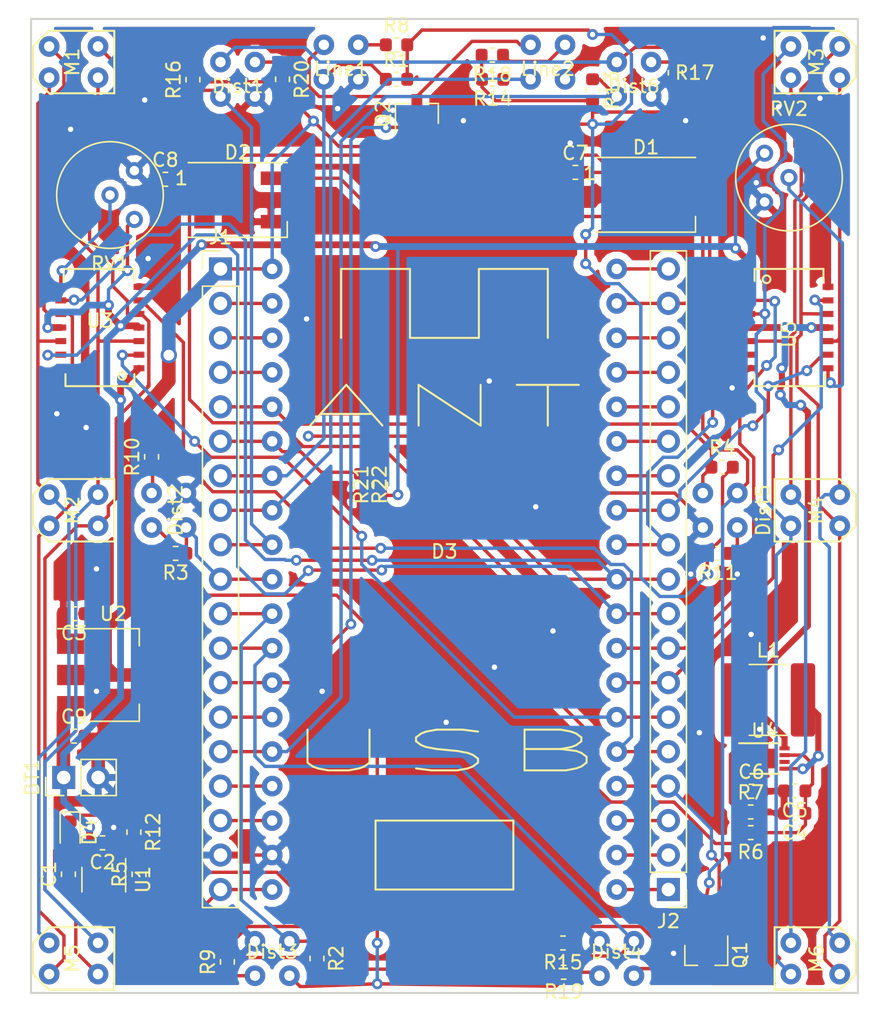
<source format=kicad_pcb>
(kicad_pcb (version 20171130) (host pcbnew "(5.0.0)")
  (layers (0 F.Cu signal) (31 B.Cu signal) (34 B.Paste user) (35 F.Paste user) (36 B.SilkS user) (37 F.SilkS user) (38 B.Mask user) (39 F.Mask user) (44 Edge.Cuts user))
  (net 0 "")
  (net 1 GND)
  (net 2 /RGBleds)
  (net 3 "Net-(D1-Pad2)")
  (net 4 +5V)
  (net 5 "Net-(D2-Pad2)")
  (net 6 +3V8)
  (net 7 VDD)
  (net 8 "Net-(R5-Pad1)")
  (net 9 "Net-(R6-Pad2)")
  (net 10 "Net-(L1-Pad2)")
  (net 11 +3V3)
  (net 12 "Net-(C6-Pad1)")
  (net 13 "Net-(D3-Pad1)")
  (net 14 "Net-(D3-Pad3)")
  (net 15 "Net-(D3-Pad4)")
  (net 16 "Net-(D3-Pad5)")
  (net 17 "Net-(D3-Pad6)")
  (net 18 "Net-(D3-Pad7)")
  (net 19 /M2_IN4)
  (net 20 /M2_IN2)
  (net 21 /M1_IN4)
  (net 22 /M1_IN3)
  (net 23 /M2_IN1)
  (net 24 /M2_IN3)
  (net 25 /M1_IN1)
  (net 26 /M1_IN2)
  (net 27 /IR_TX)
  (net 28 "Net-(D3-Pad17)")
  (net 29 "Net-(D3-Pad18)")
  (net 30 "Net-(D3-Pad19)")
  (net 31 "Net-(D3-Pad22)")
  (net 32 "Net-(D3-Pad23)")
  (net 33 /IR_RX6)
  (net 34 "Net-(D3-Pad25)")
  (net 35 /Line_tx)
  (net 36 /IR_RX4)
  (net 37 /IR_RX3)
  (net 38 /IR_RX2)
  (net 39 /IR_RX1)
  (net 40 /line_in2)
  (net 41 /line_in1)
  (net 42 "Net-(D3-Pad33)")
  (net 43 /IR_RX5)
  (net 44 "Net-(D3-Pad35)")
  (net 45 "Net-(D3-Pad36)")
  (net 46 "Net-(D3-Pad37)")
  (net 47 "Net-(D4-Pad1)")
  (net 48 "Net-(Dist1-Pad1)")
  (net 49 /Dist)
  (net 50 "Net-(Dist2-Pad1)")
  (net 51 "Net-(Dist3-Pad1)")
  (net 52 "Net-(Dist4-Pad1)")
  (net 53 "Net-(Dist5-Pad1)")
  (net 54 "Net-(Dist6-Pad1)")
  (net 55 "Net-(Line1-Pad1)")
  (net 56 /Line)
  (net 57 "Net-(Line2-Pad1)")
  (net 58 "Net-(R12-Pad2)")
  (net 59 "Net-(U4-Pad6)")
  (net 60 "Net-(M1-Pad1)")
  (net 61 "Net-(M1-Pad2)")
  (net 62 "Net-(M1-Pad3)")
  (net 63 "Net-(M1-Pad4)")
  (net 64 "Net-(M3-Pad4)")
  (net 65 "Net-(M3-Pad3)")
  (net 66 "Net-(M3-Pad2)")
  (net 67 "Net-(M3-Pad1)")
  (net 68 "Net-(RV1-Pad2)")
  (net 69 "Net-(RV2-Pad2)")
  (module Package_SO:LB1836M (layer F.Cu) (at 205.74 88.138)
    (fp_text reference U5 (at 0 0.5 90) (layer F.SilkS))
    (fp_text value LB1836M)
    (pad 1 smd rect (at -2.88 -3) (size 0.8 0.45) (layers F.Cu F.Paste F.Mask) (net 6 +3V8))
    (pad 2 smd rect (at -2.88 -2) (size 0.8 0.45) (layers F.Cu F.Paste F.Mask) (net 23 /M2_IN1))
    (pad 3 smd rect (at -2.88 -1) (size 0.8 0.45) (layers F.Cu F.Paste F.Mask) (net 65 "Net-(M3-Pad3)"))
    (pad 4 smd rect (at -2.88 0) (size 0.8 0.45) (layers F.Cu F.Paste F.Mask) (net 6 +3V8))
    (pad 5 smd rect (at -2.88 1) (size 0.8 0.45) (layers F.Cu F.Paste F.Mask) (net 64 "Net-(M3-Pad4)"))
    (pad 6 smd rect (at -2.88 2) (size 0.8 0.45) (layers F.Cu F.Paste F.Mask) (net 20 /M2_IN2))
    (pad 7 smd rect (at -2.88 3) (size 0.8 0.45) (layers F.Cu F.Paste F.Mask) (net 1 GND))
    (pad 8 smd rect (at 2.88 3) (size 0.8 0.45) (layers F.Cu F.Paste F.Mask) (net 69 "Net-(RV2-Pad2)"))
    (pad 9 smd rect (at 2.88 2) (size 0.8 0.45) (layers F.Cu F.Paste F.Mask) (net 19 /M2_IN4))
    (pad 10 smd rect (at 2.88 1) (size 0.8 0.45) (layers F.Cu F.Paste F.Mask) (net 67 "Net-(M3-Pad1)"))
    (pad 11 smd rect (at 2.88 0) (size 0.8 0.45) (layers F.Cu F.Paste F.Mask) (net 6 +3V8))
    (pad 12 smd rect (at 2.88 -1) (size 0.8 0.45) (layers F.Cu F.Paste F.Mask) (net 66 "Net-(M3-Pad2)"))
    (pad 13 smd rect (at 2.88 -2) (size 0.8 0.45) (layers F.Cu F.Paste F.Mask) (net 24 /M2_IN3))
    (pad 14 smd rect (at 2.88 -3) (size 0.8 0.45) (layers F.Cu F.Paste F.Mask) (net 1 GND))
  )
  (module Resistor_SMD:R_0603_1608Metric (layer F.Cu) (at 176.8095 67.31)
    (fp_text reference R8 (at 0 -1.43) (layer F.SilkS))
    (fp_text value "309 Kom")
    (pad 2 smd roundrect (at 0.7875 0) (size 0.875 0.95) (layers F.Cu F.Paste F.Mask) (net 11 +3V3))
    (pad 1 smd roundrect (at -0.7875 0) (size 0.875 0.95) (layers F.Cu F.Paste F.Mask) (net 55 "Net-(Line1-Pad1)"))
  )
  (module Capacitor_SMD:C_0603_1608Metric (layer F.Cu) (at 189.992 76.708)
    (fp_text reference C7 (at 0 -1.43) (layer F.SilkS))
    (fp_text value 15pF)
    (pad 1 smd roundrect (at -0.7875 0) (size 0.875 0.95) (layers F.Cu F.Paste F.Mask) (net 1 GND))
    (pad 2 smd roundrect (at 0.7875 0) (size 0.875 0.95) (layers F.Cu F.Paste F.Mask) (net 4 +5V))
  )
  (module LED_SMD:LED_WS2812B_PLCC4_5.0x5.0mm_P3.2mm (layer F.Cu) (at 195.199 78.359)
    (fp_text reference D1 (at 0 -3.5) (layer F.SilkS))
    (fp_text value WS2812B)
    (fp_text user 1 (at -4.15 -1.6) (layer F.SilkS))
    (pad 3 smd rect (at 2.45 1.6) (size 1.5 1) (layers F.Cu F.Paste F.Mask) (net 1 GND))
    (pad 4 smd rect (at 2.45 -1.6) (size 1.5 1) (layers F.Cu F.Paste F.Mask) (net 2 /RGBleds))
    (pad 2 smd rect (at -2.45 1.6) (size 1.5 1) (layers F.Cu F.Paste F.Mask) (net 3 "Net-(D1-Pad2)"))
    (pad 1 smd rect (at -2.45 -1.6) (size 1.5 1) (layers F.Cu F.Paste F.Mask) (net 4 +5V))
  )
  (module LED_SMD:LED_WS2812B_PLCC4_5.0x5.0mm_P3.2mm (layer F.Cu) (at 165.1 78.74)
    (fp_text reference D2 (at 0 -3.5) (layer F.SilkS))
    (fp_text value WS2812B)
    (fp_text user 1 (at -4.15 -1.6) (layer F.SilkS))
    (pad 1 smd rect (at -2.45 -1.6) (size 1.5 1) (layers F.Cu F.Paste F.Mask) (net 4 +5V))
    (pad 2 smd rect (at -2.45 1.6) (size 1.5 1) (layers F.Cu F.Paste F.Mask) (net 5 "Net-(D2-Pad2)"))
    (pad 4 smd rect (at 2.45 -1.6) (size 1.5 1) (layers F.Cu F.Paste F.Mask) (net 3 "Net-(D1-Pad2)"))
    (pad 3 smd rect (at 2.45 1.6) (size 1.5 1) (layers F.Cu F.Paste F.Mask) (net 1 GND))
  )
  (module Package_TO_SOT_SMD:SOT-23-5 (layer F.Cu) (at 155.224 128.81 270)
    (fp_text reference U1 (at 0 -2.9 270) (layer F.SilkS))
    (fp_text value MCP73831-2-OT)
    (pad 1 smd rect (at -1.1 -0.95 270) (size 1.06 0.65) (layers F.Cu F.Paste F.Mask) (net 58 "Net-(R12-Pad2)"))
    (pad 2 smd rect (at -1.1 0 270) (size 1.06 0.65) (layers F.Cu F.Paste F.Mask) (net 1 GND))
    (pad 3 smd rect (at -1.1 0.95 270) (size 1.06 0.65) (layers F.Cu F.Paste F.Mask) (net 6 +3V8))
    (pad 4 smd rect (at 1.1 0.95 270) (size 1.06 0.65) (layers F.Cu F.Paste F.Mask) (net 7 VDD))
    (pad 5 smd rect (at 1.1 -0.95 270) (size 1.06 0.65) (layers F.Cu F.Paste F.Mask) (net 8 "Net-(R5-Pad1)"))
  )
  (module Package_DFN_QFN:DFN-8-1EP_3x2mm_P0.5mm_EP1.75x1.45mm (layer F.Cu) (at 203.962 119.888)
    (fp_text reference U4 (at 0 -2.05) (layer F.SilkS))
    (fp_text value MCP1640CMC)
    (pad 1 smd rect (at -1.45 -0.75) (size 0.75 0.3) (layers F.Cu F.Paste F.Mask) (net 9 "Net-(R6-Pad2)"))
    (pad 2 smd rect (at -1.45 -0.25) (size 0.75 0.3) (layers F.Cu F.Paste F.Mask) (net 1 GND))
    (pad 3 smd rect (at -1.45 0.25) (size 0.75 0.3) (layers F.Cu F.Paste F.Mask) (net 1 GND))
    (pad 4 smd rect (at -1.45 0.75) (size 0.75 0.3) (layers F.Cu F.Paste F.Mask) (net 12 "Net-(C6-Pad1)"))
    (pad 5 smd rect (at 1.45 0.75) (size 0.75 0.3) (layers F.Cu F.Paste F.Mask) (net 10 "Net-(L1-Pad2)"))
    (pad 6 smd rect (at 1.45 0.25) (size 0.75 0.3) (layers F.Cu F.Paste F.Mask) (net 59 "Net-(U4-Pad6)"))
    (pad 7 smd rect (at 1.45 -0.25) (size 0.75 0.3) (layers F.Cu F.Paste F.Mask) (net 4 +5V))
    (pad 8 smd rect (at 1.45 -0.75) (size 0.75 0.3) (layers F.Cu F.Paste F.Mask) (net 6 +3V8))
    (pad 9 smd rect (at 0 0) (size 1.75 1.45) (layers F.Cu F.Mask) (net 1 GND))
  )
  (module Connector_PinHeader_2.54mm:PinHeader_1x02_P2.54mm_Vertical (layer F.Cu) (at 152.273 121.285 90)
    (fp_text reference BT1 (at 0 -2.33 90) (layer F.SilkS))
    (fp_text value Battery_Li-Po)
    (pad 1 thru_hole rect (at 0 0 90) (size 1.7 1.7) (drill 1) (layers *.Cu *.Mask) (net 6 +3V8))
    (pad 2 thru_hole oval (at 0 2.54 90) (size 1.7 1.7) (drill 1) (layers *.Cu *.Mask) (net 1 GND))
  )
  (module Capacitor_SMD:C_0603_1608Metric (layer F.Cu) (at 152.618 128.4115 90)
    (fp_text reference C1 (at 0 -1.43 90) (layer F.SilkS))
    (fp_text value 4.7u)
    (pad 1 smd roundrect (at -0.7875 0 90) (size 0.875 0.95) (layers F.Cu F.Paste F.Mask) (net 7 VDD))
    (pad 2 smd roundrect (at 0.7875 0 90) (size 0.875 0.95) (layers F.Cu F.Paste F.Mask) (net 1 GND))
  )
  (module Capacitor_SMD:C_0603_1608Metric (layer F.Cu) (at 155.1325 126.1 180)
    (fp_text reference C2 (at 0 -1.43 180) (layer F.SilkS))
    (fp_text value 4.7u)
    (pad 2 smd roundrect (at 0.7875 0 180) (size 0.875 0.95) (layers F.Cu F.Paste F.Mask) (net 6 +3V8))
    (pad 1 smd roundrect (at -0.7875 0 180) (size 0.875 0.95) (layers F.Cu F.Paste F.Mask) (net 1 GND))
  )
  (module Capacitor_SMD:C_0603_1608Metric (layer F.Cu) (at 153.035 109.22 180)
    (fp_text reference C3 (at 0 -1.43 180) (layer F.SilkS))
    (fp_text value 10u)
    (pad 2 smd roundrect (at 0.7875 0 180) (size 0.875 0.95) (layers F.Cu F.Paste F.Mask) (net 1 GND))
    (pad 1 smd roundrect (at -0.7875 0 180) (size 0.875 0.95) (layers F.Cu F.Paste F.Mask) (net 11 +3V3))
  )
  (module Capacitor_SMD:C_0603_1608Metric (layer F.Cu) (at 206.166412 123.928177 180)
    (fp_text reference C4 (at 0 -1.43 180) (layer F.SilkS))
    (fp_text value 0.1u)
    (pad 1 smd roundrect (at -0.7875 0 180) (size 0.875 0.95) (layers F.Cu F.Paste F.Mask) (net 4 +5V))
    (pad 2 smd roundrect (at 0.7875 0 180) (size 0.875 0.95) (layers F.Cu F.Paste F.Mask) (net 1 GND))
  )
  (module Capacitor_SMD:C_0603_1608Metric (layer F.Cu) (at 206.166412 122.277177 180)
    (fp_text reference C5 (at 0 -1.43 180) (layer F.SilkS))
    (fp_text value 10u)
    (pad 1 smd roundrect (at -0.7875 0 180) (size 0.875 0.95) (layers F.Cu F.Paste F.Mask) (net 4 +5V))
    (pad 2 smd roundrect (at 0.7875 0 180) (size 0.875 0.95) (layers F.Cu F.Paste F.Mask) (net 1 GND))
  )
  (module Capacitor_SMD:C_0603_1608Metric (layer F.Cu) (at 202.9715 122.301)
    (fp_text reference C6 (at 0 -1.43) (layer F.SilkS))
    (fp_text value "4.7 u")
    (pad 2 smd roundrect (at 0.7875 0) (size 0.875 0.95) (layers F.Cu F.Paste F.Mask) (net 1 GND))
    (pad 1 smd roundrect (at -0.7875 0) (size 0.875 0.95) (layers F.Cu F.Paste F.Mask) (net 12 "Net-(C6-Pad1)"))
  )
  (module Capacitor_SMD:C_0603_1608Metric (layer F.Cu) (at 159.766 77.216)
    (fp_text reference C8 (at 0 -1.43) (layer F.SilkS))
    (fp_text value 15pF)
    (pad 2 smd roundrect (at 0.7875 0) (size 0.875 0.95) (layers F.Cu F.Paste F.Mask) (net 4 +5V))
    (pad 1 smd roundrect (at -0.7875 0) (size 0.875 0.95) (layers F.Cu F.Paste F.Mask) (net 1 GND))
  )
  (module Capacitor_SMD:C_0603_1608Metric (layer F.Cu) (at 153.035 118.237)
    (fp_text reference C9 (at 0 -1.43) (layer F.SilkS))
    (fp_text value C_Small)
    (pad 1 smd roundrect (at -0.7875 0) (size 0.875 0.95) (layers F.Cu F.Paste F.Mask) (net 6 +3V8))
    (pad 2 smd roundrect (at 0.7875 0) (size 0.875 0.95) (layers F.Cu F.Paste F.Mask) (net 1 GND))
  )
  (module Connector_PinHeader_2.54mm:ESP32_board_36pin (layer F.Cu) (at 180.34 104.14)
    (fp_text reference D3 (at 0 0.5) (layer F.SilkS))
    (fp_text value ESP32_board)
    (fp_text user USB (at 0 15.24) (layer F.SilkS) (effects (font (size 3 8))))
    (fp_text user ANT (at 0 -10.16) (layer F.SilkS) (effects (font (size 3 8))))
    (pad 1 thru_hole circle (at 12.7 -20.32) (size 1.524 1.524) (drill 0.762) (layers *.Cu *.Mask) (net 13 "Net-(D3-Pad1)"))
    (pad 2 thru_hole circle (at 12.7 -17.78) (size 1.524 1.524) (drill 0.762) (layers *.Cu *.Mask) (net 2 /RGBleds))
    (pad 3 thru_hole circle (at 12.7 -15.24) (size 1.524 1.524) (drill 0.762) (layers *.Cu *.Mask) (net 14 "Net-(D3-Pad3)"))
    (pad 4 thru_hole circle (at 12.7 -12.7) (size 1.524 1.524) (drill 0.762) (layers *.Cu *.Mask) (net 15 "Net-(D3-Pad4)"))
    (pad 5 thru_hole circle (at 12.7 -10.16) (size 1.524 1.524) (drill 0.762) (layers *.Cu *.Mask) (net 16 "Net-(D3-Pad5)"))
    (pad 6 thru_hole circle (at 12.7 -7.62) (size 1.524 1.524) (drill 0.762) (layers *.Cu *.Mask) (net 17 "Net-(D3-Pad6)"))
    (pad 7 thru_hole circle (at 12.7 -5.08) (size 1.524 1.524) (drill 0.762) (layers *.Cu *.Mask) (net 18 "Net-(D3-Pad7)"))
    (pad 8 thru_hole circle (at 12.7 -2.54) (size 1.524 1.524) (drill 0.762) (layers *.Cu *.Mask) (net 19 /M2_IN4))
    (pad 9 thru_hole circle (at 12.7 0) (size 1.524 1.524) (drill 0.762) (layers *.Cu *.Mask) (net 20 /M2_IN2))
    (pad 10 thru_hole circle (at 12.7 2.54) (size 1.524 1.524) (drill 0.762) (layers *.Cu *.Mask) (net 21 /M1_IN4))
    (pad 11 thru_hole circle (at 12.7 5.08) (size 1.524 1.524) (drill 0.762) (layers *.Cu *.Mask) (net 22 /M1_IN3))
    (pad 12 thru_hole circle (at 12.7 7.62) (size 1.524 1.524) (drill 0.762) (layers *.Cu *.Mask) (net 23 /M2_IN1))
    (pad 13 thru_hole circle (at 12.7 10.16) (size 1.524 1.524) (drill 0.762) (layers *.Cu *.Mask) (net 24 /M2_IN3))
    (pad 14 thru_hole circle (at 12.7 12.7) (size 1.524 1.524) (drill 0.762) (layers *.Cu *.Mask) (net 25 /M1_IN1))
    (pad 15 thru_hole circle (at 12.7 15.24) (size 1.524 1.524) (drill 0.762) (layers *.Cu *.Mask) (net 26 /M1_IN2))
    (pad 16 thru_hole circle (at 12.7 17.78) (size 1.524 1.524) (drill 0.762) (layers *.Cu *.Mask) (net 27 /IR_TX))
    (pad 17 thru_hole circle (at 12.7 20.32) (size 1.524 1.524) (drill 0.762) (layers *.Cu *.Mask) (net 28 "Net-(D3-Pad17)"))
    (pad 18 thru_hole circle (at 12.7 22.86) (size 1.524 1.524) (drill 0.762) (layers *.Cu *.Mask) (net 29 "Net-(D3-Pad18)"))
    (pad 19 thru_hole circle (at 12.7 25.4) (size 1.524 1.524) (drill 0.762) (layers *.Cu *.Mask) (net 30 "Net-(D3-Pad19)"))
    (pad 20 thru_hole circle (at -12.7 25.4) (size 1.524 1.524) (drill 0.762) (layers *.Cu *.Mask) (net 7 VDD))
    (pad 21 thru_hole circle (at -12.7 22.86) (size 1.524 1.524) (drill 0.762) (layers *.Cu *.Mask) (net 1 GND))
    (pad 22 thru_hole circle (at -12.7 20.32) (size 1.524 1.524) (drill 0.762) (layers *.Cu *.Mask) (net 31 "Net-(D3-Pad22)"))
    (pad 23 thru_hole circle (at -12.7 17.78) (size 1.524 1.524) (drill 0.762) (layers *.Cu *.Mask) (net 32 "Net-(D3-Pad23)"))
    (pad 24 thru_hole circle (at -12.7 15.24) (size 1.524 1.524) (drill 0.762) (layers *.Cu *.Mask) (net 33 /IR_RX6))
    (pad 25 thru_hole circle (at -12.7 12.7) (size 1.524 1.524) (drill 0.762) (layers *.Cu *.Mask) (net 34 "Net-(D3-Pad25)"))
    (pad 26 thru_hole circle (at -12.7 10.16) (size 1.524 1.524) (drill 0.762) (layers *.Cu *.Mask) (net 35 /Line_tx))
    (pad 27 thru_hole circle (at -12.7 7.62) (size 1.524 1.524) (drill 0.762) (layers *.Cu *.Mask) (net 36 /IR_RX4))
    (pad 28 thru_hole circle (at -12.7 5.08) (size 1.524 1.524) (drill 0.762) (layers *.Cu *.Mask) (net 37 /IR_RX3))
    (pad 29 thru_hole circle (at -12.7 2.54) (size 1.524 1.524) (drill 0.762) (layers *.Cu *.Mask) (net 38 /IR_RX2))
    (pad 30 thru_hole circle (at -12.7 0) (size 1.524 1.524) (drill 0.762) (layers *.Cu *.Mask) (net 39 /IR_RX1))
    (pad 31 thru_hole circle (at -12.7 -2.54) (size 1.524 1.524) (drill 0.762) (layers *.Cu *.Mask) (net 40 /line_in2))
    (pad 32 thru_hole circle (at -12.7 -5.08) (size 1.524 1.524) (drill 0.762) (layers *.Cu *.Mask) (net 41 /line_in1))
    (pad 33 thru_hole circle (at -12.7 -7.62) (size 1.524 1.524) (drill 0.762) (layers *.Cu *.Mask) (net 42 "Net-(D3-Pad33)"))
    (pad 34 thru_hole circle (at -12.7 -10.16) (size 1.524 1.524) (drill 0.762) (layers *.Cu *.Mask) (net 43 /IR_RX5))
    (pad 35 thru_hole circle (at -12.7 -12.7) (size 1.524 1.524) (drill 0.762) (layers *.Cu *.Mask) (net 44 "Net-(D3-Pad35)"))
    (pad 36 thru_hole circle (at -12.7 -15.24) (size 1.524 1.524) (drill 0.762) (layers *.Cu *.Mask) (net 45 "Net-(D3-Pad36)"))
    (pad 37 thru_hole circle (at -12.7 -17.78) (size 1.524 1.524) (drill 0.762) (layers *.Cu *.Mask) (net 46 "Net-(D3-Pad37)"))
    (pad 38 thru_hole circle (at -12.7 -20.32) (size 1.524 1.524) (drill 0.762) (layers *.Cu *.Mask) (net 11 +3V3))
  )
  (module LED_SMD:LED_0603_1608Metric (layer F.Cu) (at 152.745 125.3125 270)
    (fp_text reference D4 (at 0 -1.43 270) (layer F.SilkS))
    (fp_text value LED)
    (pad 1 smd roundrect (at -0.7875 0 270) (size 0.875 0.95) (layers F.Cu F.Paste F.Mask) (net 47 "Net-(D4-Pad1)"))
    (pad 2 smd roundrect (at 0.7875 0 270) (size 0.875 0.95) (layers F.Cu F.Paste F.Mask) (net 7 VDD))
  )
  (module OptoDevice:qre1113_vert (layer F.Cu) (at 165.1 69.85)
    (fp_text reference Dist1 (at 0 0.5) (layer F.SilkS))
    (fp_text value QRE1113)
    (pad 1 thru_hole circle (at 1.27 -1.27) (size 1.524 1.524) (drill 0.762) (layers *.Cu *.Mask) (net 48 "Net-(Dist1-Pad1)"))
    (pad 2 thru_hole circle (at -1.27 -1.27) (size 1.524 1.524) (drill 0.762) (layers *.Cu *.Mask) (net 49 /Dist))
    (pad 3 thru_hole circle (at -1.27 1.27) (size 1.524 1.524) (drill 0.762) (layers *.Cu *.Mask) (net 39 /IR_RX1))
    (pad 4 thru_hole circle (at 1.27 1.27) (size 1.524 1.524) (drill 0.762) (layers *.Cu *.Mask) (net 1 GND))
  )
  (module OptoDevice:qre1113_vert (layer F.Cu) (at 160.02 101.6 90)
    (fp_text reference Dist2 (at 0 0.5 90) (layer F.SilkS))
    (fp_text value QRE1113)
    (pad 4 thru_hole circle (at 1.27 1.27 90) (size 1.524 1.524) (drill 0.762) (layers *.Cu *.Mask) (net 1 GND))
    (pad 3 thru_hole circle (at -1.27 1.27 90) (size 1.524 1.524) (drill 0.762) (layers *.Cu *.Mask) (net 38 /IR_RX2))
    (pad 2 thru_hole circle (at -1.27 -1.27 90) (size 1.524 1.524) (drill 0.762) (layers *.Cu *.Mask) (net 49 /Dist))
    (pad 1 thru_hole circle (at 1.27 -1.27 90) (size 1.524 1.524) (drill 0.762) (layers *.Cu *.Mask) (net 50 "Net-(Dist2-Pad1)"))
  )
  (module OptoDevice:qre1113_vert (layer F.Cu) (at 167.64 134.62 180)
    (fp_text reference Dist3 (at 0 0.5 180) (layer F.SilkS))
    (fp_text value QRE1113)
    (pad 4 thru_hole circle (at 1.27 1.27 180) (size 1.524 1.524) (drill 0.762) (layers *.Cu *.Mask) (net 1 GND))
    (pad 3 thru_hole circle (at -1.27 1.27 180) (size 1.524 1.524) (drill 0.762) (layers *.Cu *.Mask) (net 37 /IR_RX3))
    (pad 2 thru_hole circle (at -1.27 -1.27 180) (size 1.524 1.524) (drill 0.762) (layers *.Cu *.Mask) (net 49 /Dist))
    (pad 1 thru_hole circle (at 1.27 -1.27 180) (size 1.524 1.524) (drill 0.762) (layers *.Cu *.Mask) (net 51 "Net-(Dist3-Pad1)"))
  )
  (module OptoDevice:qre1113_vert (layer F.Cu) (at 193.04 134.62 180)
    (fp_text reference Dist4 (at 0 0.5 180) (layer F.SilkS))
    (fp_text value QRE1113)
    (pad 4 thru_hole circle (at 1.27 1.27 180) (size 1.524 1.524) (drill 0.762) (layers *.Cu *.Mask) (net 1 GND))
    (pad 3 thru_hole circle (at -1.27 1.27 180) (size 1.524 1.524) (drill 0.762) (layers *.Cu *.Mask) (net 36 /IR_RX4))
    (pad 2 thru_hole circle (at -1.27 -1.27 180) (size 1.524 1.524) (drill 0.762) (layers *.Cu *.Mask) (net 49 /Dist))
    (pad 1 thru_hole circle (at 1.27 -1.27 180) (size 1.524 1.524) (drill 0.762) (layers *.Cu *.Mask) (net 52 "Net-(Dist4-Pad1)"))
  )
  (module OptoDevice:qre1113_vert (layer F.Cu) (at 200.66 101.6 270)
    (fp_text reference Dist5 (at 0 -3.175 270) (layer F.SilkS))
    (fp_text value QRE1113)
    (pad 1 thru_hole circle (at 1.27 -1.27 270) (size 1.524 1.524) (drill 0.762) (layers *.Cu *.Mask) (net 53 "Net-(Dist5-Pad1)"))
    (pad 2 thru_hole circle (at -1.27 -1.27 270) (size 1.524 1.524) (drill 0.762) (layers *.Cu *.Mask) (net 49 /Dist))
    (pad 3 thru_hole circle (at -1.27 1.27 270) (size 1.524 1.524) (drill 0.762) (layers *.Cu *.Mask) (net 43 /IR_RX5))
    (pad 4 thru_hole circle (at 1.27 1.27 270) (size 1.524 1.524) (drill 0.762) (layers *.Cu *.Mask) (net 1 GND))
  )
  (module OptoDevice:qre1113_vert (layer F.Cu) (at 194.31 69.85)
    (fp_text reference Dist6 (at 0 0.5) (layer F.SilkS))
    (fp_text value QRE1113)
    (pad 1 thru_hole circle (at 1.27 -1.27) (size 1.524 1.524) (drill 0.762) (layers *.Cu *.Mask) (net 54 "Net-(Dist6-Pad1)"))
    (pad 2 thru_hole circle (at -1.27 -1.27) (size 1.524 1.524) (drill 0.762) (layers *.Cu *.Mask) (net 49 /Dist))
    (pad 3 thru_hole circle (at -1.27 1.27) (size 1.524 1.524) (drill 0.762) (layers *.Cu *.Mask) (net 33 /IR_RX6))
    (pad 4 thru_hole circle (at 1.27 1.27) (size 1.524 1.524) (drill 0.762) (layers *.Cu *.Mask) (net 1 GND))
  )
  (module OptoDevice:qre1113_vert (layer F.Cu) (at 172.72 68.58)
    (fp_text reference Line1 (at 0 0.5) (layer F.SilkS))
    (fp_text value QRE1113)
    (pad 1 thru_hole circle (at 1.27 -1.27) (size 1.524 1.524) (drill 0.762) (layers *.Cu *.Mask) (net 55 "Net-(Line1-Pad1)"))
    (pad 2 thru_hole circle (at -1.27 -1.27) (size 1.524 1.524) (drill 0.762) (layers *.Cu *.Mask) (net 56 /Line))
    (pad 3 thru_hole circle (at -1.27 1.27) (size 1.524 1.524) (drill 0.762) (layers *.Cu *.Mask) (net 41 /line_in1))
    (pad 4 thru_hole circle (at 1.27 1.27) (size 1.524 1.524) (drill 0.762) (layers *.Cu *.Mask) (net 1 GND))
  )
  (module OptoDevice:qre1113_vert (layer F.Cu) (at 187.96 68.58)
    (fp_text reference Line2 (at 0 0.5) (layer F.SilkS))
    (fp_text value QRE1113)
    (pad 4 thru_hole circle (at 1.27 1.27) (size 1.524 1.524) (drill 0.762) (layers *.Cu *.Mask) (net 1 GND))
    (pad 3 thru_hole circle (at -1.27 1.27) (size 1.524 1.524) (drill 0.762) (layers *.Cu *.Mask) (net 40 /line_in2))
    (pad 2 thru_hole circle (at -1.27 -1.27) (size 1.524 1.524) (drill 0.762) (layers *.Cu *.Mask) (net 56 /Line))
    (pad 1 thru_hole circle (at 1.27 -1.27) (size 1.524 1.524) (drill 0.762) (layers *.Cu *.Mask) (net 57 "Net-(Line2-Pad1)"))
  )
  (module Resistor_SMD:R_0603_1608Metric (layer F.Cu) (at 176.8095 69.85)
    (fp_text reference R1 (at 0 -1.43) (layer F.SilkS))
    (fp_text value "2 Kom")
    (pad 2 smd roundrect (at 0.7875 0) (size 0.875 0.95) (layers F.Cu F.Paste F.Mask) (net 11 +3V3))
    (pad 1 smd roundrect (at -0.7875 0) (size 0.875 0.95) (layers F.Cu F.Paste F.Mask) (net 41 /line_in1))
  )
  (module Resistor_SMD:R_0603_1608Metric (layer F.Cu) (at 170.942 134.62 270)
    (fp_text reference R2 (at 0 -1.43 270) (layer F.SilkS))
    (fp_text value "2 Kom")
    (pad 1 smd roundrect (at -0.7875 0 270) (size 0.875 0.95) (layers F.Cu F.Paste F.Mask) (net 37 /IR_RX3))
    (pad 2 smd roundrect (at 0.7875 0 270) (size 0.875 0.95) (layers F.Cu F.Paste F.Mask) (net 11 +3V3))
  )
  (module Resistor_SMD:R_0603_1608Metric (layer F.Cu) (at 160.528 104.775 180)
    (fp_text reference R3 (at 0 -1.43 180) (layer F.SilkS))
    (fp_text value "2 Kom")
    (pad 2 smd roundrect (at 0.7875 0 180) (size 0.875 0.95) (layers F.Cu F.Paste F.Mask) (net 11 +3V3))
    (pad 1 smd roundrect (at -0.7875 0 180) (size 0.875 0.95) (layers F.Cu F.Paste F.Mask) (net 38 /IR_RX2))
  )
  (module Resistor_SMD:R_0603_1608Metric (layer F.Cu) (at 200.8125 98.425)
    (fp_text reference R4 (at 0 -1.43) (layer F.SilkS))
    (fp_text value "2 Kom")
    (pad 1 smd roundrect (at -0.7875 0) (size 0.875 0.95) (layers F.Cu F.Paste F.Mask) (net 43 /IR_RX5))
    (pad 2 smd roundrect (at 0.7875 0) (size 0.875 0.95) (layers F.Cu F.Paste F.Mask) (net 11 +3V3))
  )
  (module Resistor_SMD:R_0603_1608Metric (layer F.Cu) (at 157.825 128.4115 90)
    (fp_text reference R5 (at 0 -1.43 90) (layer F.SilkS))
    (fp_text value ?)
    (pad 1 smd roundrect (at -0.7875 0 90) (size 0.875 0.95) (layers F.Cu F.Paste F.Mask) (net 8 "Net-(R5-Pad1)"))
    (pad 2 smd roundrect (at 0.7875 0 90) (size 0.875 0.95) (layers F.Cu F.Paste F.Mask) (net 1 GND))
  )
  (module Resistor_SMD:R_0603_1608Metric (layer F.Cu) (at 202.9205 125.349 180)
    (fp_text reference R6 (at 0 -1.43 180) (layer F.SilkS))
    (fp_text value "976 Kom")
    (pad 2 smd roundrect (at 0.7875 0 180) (size 0.875 0.95) (layers F.Cu F.Paste F.Mask) (net 9 "Net-(R6-Pad2)"))
    (pad 1 smd roundrect (at -0.7875 0 180) (size 0.875 0.95) (layers F.Cu F.Paste F.Mask) (net 4 +5V))
  )
  (module Resistor_SMD:R_0603_1608Metric (layer F.Cu) (at 202.9205 123.825)
    (fp_text reference R7 (at 0 -1.43) (layer F.SilkS))
    (fp_text value "309 Kom")
    (pad 1 smd roundrect (at -0.7875 0) (size 0.875 0.95) (layers F.Cu F.Paste F.Mask) (net 9 "Net-(R6-Pad2)"))
    (pad 2 smd roundrect (at 0.7875 0) (size 0.875 0.95) (layers F.Cu F.Paste F.Mask) (net 1 GND))
  )
  (module Resistor_SMD:R_0603_1608Metric (layer F.Cu) (at 164.338 134.874 90)
    (fp_text reference R9 (at 0 -1.43 90) (layer F.SilkS))
    (fp_text value "309 Kom")
    (pad 1 smd roundrect (at -0.7875 0 90) (size 0.875 0.95) (layers F.Cu F.Paste F.Mask) (net 51 "Net-(Dist3-Pad1)"))
    (pad 2 smd roundrect (at 0.7875 0 90) (size 0.875 0.95) (layers F.Cu F.Paste F.Mask) (net 11 +3V3))
  )
  (module Resistor_SMD:R_0603_1608Metric (layer F.Cu) (at 158.75 97.663 90)
    (fp_text reference R10 (at 0 -1.43 90) (layer F.SilkS))
    (fp_text value "309 Kom")
    (pad 1 smd roundrect (at -0.7875 0 90) (size 0.875 0.95) (layers F.Cu F.Paste F.Mask) (net 50 "Net-(Dist2-Pad1)"))
    (pad 2 smd roundrect (at 0.7875 0 90) (size 0.875 0.95) (layers F.Cu F.Paste F.Mask) (net 11 +3V3))
  )
  (module Resistor_SMD:R_0603_1608Metric (layer F.Cu) (at 200.5075 104.775 180)
    (fp_text reference R11 (at 0 -1.43 180) (layer F.SilkS))
    (fp_text value "309 Kom")
    (pad 1 smd roundrect (at -0.7875 0 180) (size 0.875 0.95) (layers F.Cu F.Paste F.Mask) (net 53 "Net-(Dist5-Pad1)"))
    (pad 2 smd roundrect (at 0.7875 0 180) (size 0.875 0.95) (layers F.Cu F.Paste F.Mask) (net 11 +3V3))
  )
  (module Resistor_SMD:R_0603_1608Metric (layer F.Cu) (at 157.444 125.3125 270)
    (fp_text reference R12 (at 0 -1.43 270) (layer F.SilkS))
    (fp_text value 470R)
    (pad 2 smd roundrect (at 0.7875 0 270) (size 0.875 0.95) (layers F.Cu F.Paste F.Mask) (net 58 "Net-(R12-Pad2)"))
    (pad 1 smd roundrect (at -0.7875 0 270) (size 0.875 0.95) (layers F.Cu F.Paste F.Mask) (net 47 "Net-(D4-Pad1)"))
  )
  (module Resistor_SMD:R_0603_1608Metric (layer F.Cu) (at 191.262 70.6375 270)
    (fp_text reference R13 (at 0 -1.43 270) (layer F.SilkS))
    (fp_text value "2 Kom")
    (pad 2 smd roundrect (at 0.7875 0 270) (size 0.875 0.95) (layers F.Cu F.Paste F.Mask) (net 11 +3V3))
    (pad 1 smd roundrect (at -0.7875 0 270) (size 0.875 0.95) (layers F.Cu F.Paste F.Mask) (net 33 /IR_RX6))
  )
  (module Resistor_SMD:R_0603_1608Metric (layer F.Cu) (at 183.896 69.85 180)
    (fp_text reference R14 (at 0 -1.43 180) (layer F.SilkS))
    (fp_text value "2 Kom")
    (pad 1 smd roundrect (at -0.7875 0 180) (size 0.875 0.95) (layers F.Cu F.Paste F.Mask) (net 40 /line_in2))
    (pad 2 smd roundrect (at 0.7875 0 180) (size 0.875 0.95) (layers F.Cu F.Paste F.Mask) (net 11 +3V3))
  )
  (module Resistor_SMD:R_0603_1608Metric (layer F.Cu) (at 189.0775 133.477 180)
    (fp_text reference R15 (at 0 -1.43 180) (layer F.SilkS))
    (fp_text value "2 Kom")
    (pad 1 smd roundrect (at -0.7875 0 180) (size 0.875 0.95) (layers F.Cu F.Paste F.Mask) (net 36 /IR_RX4))
    (pad 2 smd roundrect (at 0.7875 0 180) (size 0.875 0.95) (layers F.Cu F.Paste F.Mask) (net 11 +3V3))
  )
  (module Resistor_SMD:R_0603_1608Metric (layer F.Cu) (at 161.798 69.8755 90)
    (fp_text reference R16 (at 0 -1.43 90) (layer F.SilkS))
    (fp_text value "2 Kom")
    (pad 1 smd roundrect (at -0.7875 0 90) (size 0.875 0.95) (layers F.Cu F.Paste F.Mask) (net 39 /IR_RX1))
    (pad 2 smd roundrect (at 0.7875 0 90) (size 0.875 0.95) (layers F.Cu F.Paste F.Mask) (net 11 +3V3))
  )
  (module Resistor_SMD:R_0603_1608Metric (layer F.Cu) (at 197.358 69.3675 270)
    (fp_text reference R17 (at 0 -1.43) (layer F.SilkS))
    (fp_text value "309 Kom")
    (pad 2 smd roundrect (at 0.7875 0 270) (size 0.875 0.95) (layers F.Cu F.Paste F.Mask) (net 11 +3V3))
    (pad 1 smd roundrect (at -0.7875 0 270) (size 0.875 0.95) (layers F.Cu F.Paste F.Mask) (net 54 "Net-(Dist6-Pad1)"))
  )
  (module Resistor_SMD:R_0603_1608Metric (layer F.Cu) (at 183.8705 68.072 180)
    (fp_text reference R18 (at 0 -1.43 180) (layer F.SilkS))
    (fp_text value "309 Kom")
    (pad 2 smd roundrect (at 0.7875 0 180) (size 0.875 0.95) (layers F.Cu F.Paste F.Mask) (net 11 +3V3))
    (pad 1 smd roundrect (at -0.7875 0 180) (size 0.875 0.95) (layers F.Cu F.Paste F.Mask) (net 57 "Net-(Line2-Pad1)"))
  )
  (module Resistor_SMD:R_0603_1608Metric (layer F.Cu) (at 189.1285 135.636 180)
    (fp_text reference R19 (at 0 -1.43 180) (layer F.SilkS))
    (fp_text value "309 Kom")
    (pad 2 smd roundrect (at 0.7875 0 180) (size 0.875 0.95) (layers F.Cu F.Paste F.Mask) (net 11 +3V3))
    (pad 1 smd roundrect (at -0.7875 0 180) (size 0.875 0.95) (layers F.Cu F.Paste F.Mask) (net 52 "Net-(Dist4-Pad1)"))
  )
  (module Resistor_SMD:R_0603_1608Metric (layer F.Cu) (at 168.402 69.85 270)
    (fp_text reference R20 (at 0 -1.43 270) (layer F.SilkS))
    (fp_text value "309 Kom")
    (pad 2 smd roundrect (at 0.7875 0 270) (size 0.875 0.95) (layers F.Cu F.Paste F.Mask) (net 11 +3V3))
    (pad 1 smd roundrect (at -0.7875 0 270) (size 0.875 0.95) (layers F.Cu F.Paste F.Mask) (net 48 "Net-(Dist1-Pad1)"))
  )
  (module Package_TO_SOT_SMD:SOT-223-3_TabPin2 (layer F.Cu) (at 155.932001 113.734001)
    (fp_text reference U2 (at 0 -4.5) (layer F.SilkS))
    (fp_text value LM1117-3.3)
    (pad 2 smd rect (at 3.15 0) (size 2 3.8) (layers F.Cu F.Paste F.Mask) (net 11 +3V3))
    (pad 2 smd rect (at -3.15 0) (size 2 1.5) (layers F.Cu F.Paste F.Mask) (net 11 +3V3))
    (pad 3 smd rect (at -3.15 2.3) (size 2 1.5) (layers F.Cu F.Paste F.Mask) (net 6 +3V8))
    (pad 1 smd rect (at -3.15 -2.3) (size 2 1.5) (layers F.Cu F.Paste F.Mask) (net 1 GND))
  )
  (module Inductor_THT:micro_srpper (layer F.Cu) (at 152.4 68.58 90)
    (fp_text reference M1 (at 0 0.5 90) (layer F.SilkS))
    (fp_text value ~)
    (pad 1 thru_hole circle (at 1.15 -1.2 90) (size 1.524 1.524) (drill 0.762) (layers *.Cu *.Mask) (net 60 "Net-(M1-Pad1)"))
    (pad 2 thru_hole circle (at -1.15 -1.2 90) (size 1.524 1.524) (drill 0.762) (layers *.Cu *.Mask) (net 61 "Net-(M1-Pad2)"))
    (pad 3 thru_hole circle (at -1.15 2.4 90) (size 1.524 1.524) (drill 0.762) (layers *.Cu *.Mask) (net 62 "Net-(M1-Pad3)"))
    (pad 4 thru_hole circle (at 1.15 2.4 90) (size 1.524 1.524) (drill 0.762) (layers *.Cu *.Mask) (net 63 "Net-(M1-Pad4)"))
  )
  (module Inductor_THT:micro_srpper (layer F.Cu) (at 152.4 101.6 90)
    (fp_text reference M2 (at 0 0.5 90) (layer F.SilkS))
    (fp_text value ~)
    (pad 1 thru_hole circle (at 1.15 -1.2 90) (size 1.524 1.524) (drill 0.762) (layers *.Cu *.Mask) (net 61 "Net-(M1-Pad2)"))
    (pad 2 thru_hole circle (at -1.15 -1.2 90) (size 1.524 1.524) (drill 0.762) (layers *.Cu *.Mask) (net 60 "Net-(M1-Pad1)"))
    (pad 3 thru_hole circle (at -1.15 2.4 90) (size 1.524 1.524) (drill 0.762) (layers *.Cu *.Mask) (net 63 "Net-(M1-Pad4)"))
    (pad 4 thru_hole circle (at 1.15 2.4 90) (size 1.524 1.524) (drill 0.762) (layers *.Cu *.Mask) (net 62 "Net-(M1-Pad3)"))
  )
  (module Inductor_THT:micro_srpper (layer F.Cu) (at 208.28 68.58 270)
    (fp_text reference M3 (at 0 0.508 270) (layer F.SilkS))
    (fp_text value ~)
    (pad 4 thru_hole circle (at 1.15 2.4 270) (size 1.524 1.524) (drill 0.762) (layers *.Cu *.Mask) (net 64 "Net-(M3-Pad4)"))
    (pad 3 thru_hole circle (at -1.15 2.4 270) (size 1.524 1.524) (drill 0.762) (layers *.Cu *.Mask) (net 65 "Net-(M3-Pad3)"))
    (pad 2 thru_hole circle (at -1.15 -1.2 270) (size 1.524 1.524) (drill 0.762) (layers *.Cu *.Mask) (net 66 "Net-(M3-Pad2)"))
    (pad 1 thru_hole circle (at 1.15 -1.2 270) (size 1.524 1.524) (drill 0.762) (layers *.Cu *.Mask) (net 67 "Net-(M3-Pad1)"))
  )
  (module Inductor_THT:micro_srpper (layer F.Cu) (at 208.28 101.6 270)
    (fp_text reference M4 (at 0 0.5 270) (layer F.SilkS))
    (fp_text value ~)
    (pad 4 thru_hole circle (at 1.15 2.4 270) (size 1.524 1.524) (drill 0.762) (layers *.Cu *.Mask) (net 65 "Net-(M3-Pad3)"))
    (pad 3 thru_hole circle (at -1.15 2.4 270) (size 1.524 1.524) (drill 0.762) (layers *.Cu *.Mask) (net 64 "Net-(M3-Pad4)"))
    (pad 2 thru_hole circle (at -1.15 -1.2 270) (size 1.524 1.524) (drill 0.762) (layers *.Cu *.Mask) (net 67 "Net-(M3-Pad1)"))
    (pad 1 thru_hole circle (at 1.15 -1.2 270) (size 1.524 1.524) (drill 0.762) (layers *.Cu *.Mask) (net 66 "Net-(M3-Pad2)"))
  )
  (module Inductor_THT:micro_srpper (layer F.Cu) (at 152.4 134.62 90)
    (fp_text reference M5 (at 0 0.5 90) (layer F.SilkS))
    (fp_text value ~)
    (pad 1 thru_hole circle (at 1.15 -1.2 90) (size 1.524 1.524) (drill 0.762) (layers *.Cu *.Mask) (net 61 "Net-(M1-Pad2)"))
    (pad 2 thru_hole circle (at -1.15 -1.2 90) (size 1.524 1.524) (drill 0.762) (layers *.Cu *.Mask) (net 60 "Net-(M1-Pad1)"))
    (pad 3 thru_hole circle (at -1.15 2.4 90) (size 1.524 1.524) (drill 0.762) (layers *.Cu *.Mask) (net 63 "Net-(M1-Pad4)"))
    (pad 4 thru_hole circle (at 1.15 2.4 90) (size 1.524 1.524) (drill 0.762) (layers *.Cu *.Mask) (net 62 "Net-(M1-Pad3)"))
  )
  (module Inductor_THT:micro_srpper (layer F.Cu) (at 208.28 134.62 270)
    (fp_text reference M6 (at 0 0.5 270) (layer F.SilkS))
    (fp_text value ~)
    (pad 4 thru_hole circle (at 1.15 2.4 270) (size 1.524 1.524) (drill 0.762) (layers *.Cu *.Mask) (net 65 "Net-(M3-Pad3)"))
    (pad 3 thru_hole circle (at -1.15 2.4 270) (size 1.524 1.524) (drill 0.762) (layers *.Cu *.Mask) (net 64 "Net-(M3-Pad4)"))
    (pad 2 thru_hole circle (at -1.15 -1.2 270) (size 1.524 1.524) (drill 0.762) (layers *.Cu *.Mask) (net 67 "Net-(M3-Pad1)"))
    (pad 1 thru_hole circle (at 1.15 -1.2 270) (size 1.524 1.524) (drill 0.762) (layers *.Cu *.Mask) (net 66 "Net-(M3-Pad2)"))
  )
  (module Package_SO:LB1836M (layer F.Cu) (at 154.94 88.138 180)
    (fp_text reference U3 (at 0 0.5 180) (layer F.SilkS))
    (fp_text value LB1836M)
    (pad 14 smd rect (at 2.88 -3 180) (size 0.8 0.45) (layers F.Cu F.Paste F.Mask) (net 1 GND))
    (pad 13 smd rect (at 2.88 -2 180) (size 0.8 0.45) (layers F.Cu F.Paste F.Mask) (net 22 /M1_IN3))
    (pad 12 smd rect (at 2.88 -1 180) (size 0.8 0.45) (layers F.Cu F.Paste F.Mask) (net 61 "Net-(M1-Pad2)"))
    (pad 11 smd rect (at 2.88 0 180) (size 0.8 0.45) (layers F.Cu F.Paste F.Mask) (net 6 +3V8))
    (pad 10 smd rect (at 2.88 1 180) (size 0.8 0.45) (layers F.Cu F.Paste F.Mask) (net 60 "Net-(M1-Pad1)"))
    (pad 9 smd rect (at 2.88 2 180) (size 0.8 0.45) (layers F.Cu F.Paste F.Mask) (net 21 /M1_IN4))
    (pad 8 smd rect (at 2.88 3 180) (size 0.8 0.45) (layers F.Cu F.Paste F.Mask) (net 68 "Net-(RV1-Pad2)"))
    (pad 7 smd rect (at -2.88 3 180) (size 0.8 0.45) (layers F.Cu F.Paste F.Mask) (net 1 GND))
    (pad 6 smd rect (at -2.88 2 180) (size 0.8 0.45) (layers F.Cu F.Paste F.Mask) (net 26 /M1_IN2))
    (pad 5 smd rect (at -2.88 1 180) (size 0.8 0.45) (layers F.Cu F.Paste F.Mask) (net 63 "Net-(M1-Pad4)"))
    (pad 4 smd rect (at -2.88 0 180) (size 0.8 0.45) (layers F.Cu F.Paste F.Mask) (net 6 +3V8))
    (pad 3 smd rect (at -2.88 -1 180) (size 0.8 0.45) (layers F.Cu F.Paste F.Mask) (net 62 "Net-(M1-Pad3)"))
    (pad 2 smd rect (at -2.88 -2 180) (size 0.8 0.45) (layers F.Cu F.Paste F.Mask) (net 25 /M1_IN1))
    (pad 1 smd rect (at -2.88 -3 180) (size 0.8 0.45) (layers F.Cu F.Paste F.Mask) (net 6 +3V8))
  )
  (module Capacitor_SMD:C_2220_5650Metric (layer F.Cu) (at 204.226 115.57)
    (fp_text reference L1 (at 0 -3.65) (layer F.SilkS))
    (fp_text value 4.7uH)
    (pad 1 smd roundrect (at -2.55 0) (size 1.8 5.4) (layers F.Cu F.Paste F.Mask) (roundrect_rratio 0.138889) (net 6 +3V8))
    (pad 2 smd roundrect (at 2.55 0) (size 1.8 5.4) (layers F.Cu F.Paste F.Mask) (roundrect_rratio 0.138889) (net 10 "Net-(L1-Pad2)"))
  )
  (module Package_TO_SOT_SMD:SOT-23 (layer F.Cu) (at 199.644 134.366 270)
    (fp_text reference Q1 (at 0 -2.5 270) (layer F.SilkS))
    (fp_text value Q_NPN_BCE)
    (pad 3 smd rect (at 1 0 270) (size 0.9 0.8) (layers F.Cu F.Paste F.Mask) (net 49 /Dist))
    (pad 2 smd rect (at -1 0.95 270) (size 0.9 0.8) (layers F.Cu F.Paste F.Mask) (net 1 GND))
    (pad 1 smd rect (at -1 -0.95 270) (size 0.9 0.8) (layers F.Cu F.Paste F.Mask) (net 27 /IR_TX))
  )
  (module Package_TO_SOT_SMD:SOT-23 (layer F.Cu) (at 178.308 72.39 90)
    (fp_text reference Q2 (at 0 -2.5 90) (layer F.SilkS))
    (fp_text value Q_NPN_BCE)
    (pad 1 smd rect (at -1 -0.95 90) (size 0.9 0.8) (layers F.Cu F.Paste F.Mask) (net 35 /Line_tx))
    (pad 2 smd rect (at -1 0.95 90) (size 0.9 0.8) (layers F.Cu F.Paste F.Mask) (net 1 GND))
    (pad 3 smd rect (at 1 0 90) (size 0.9 0.8) (layers F.Cu F.Paste F.Mask) (net 56 /Line))
  )
  (module Connector_PinHeader_2.54mm:PinHeader_1x19_P2.54mm_Vertical (layer F.Cu) (at 163.83 83.82)
    (fp_text reference J1 (at 0 -2.33) (layer F.SilkS))
    (fp_text value Conn_01x19_Male)
    (pad 19 thru_hole oval (at 0 45.72) (size 1.7 1.7) (drill 1) (layers *.Cu *.Mask) (net 7 VDD))
    (pad 18 thru_hole oval (at 0 43.18) (size 1.7 1.7) (drill 1) (layers *.Cu *.Mask) (net 1 GND))
    (pad 17 thru_hole oval (at 0 40.64) (size 1.7 1.7) (drill 1) (layers *.Cu *.Mask) (net 31 "Net-(D3-Pad22)"))
    (pad 16 thru_hole oval (at 0 38.1) (size 1.7 1.7) (drill 1) (layers *.Cu *.Mask) (net 32 "Net-(D3-Pad23)"))
    (pad 15 thru_hole oval (at 0 35.56) (size 1.7 1.7) (drill 1) (layers *.Cu *.Mask) (net 33 /IR_RX6))
    (pad 14 thru_hole oval (at 0 33.02) (size 1.7 1.7) (drill 1) (layers *.Cu *.Mask) (net 34 "Net-(D3-Pad25)"))
    (pad 13 thru_hole oval (at 0 30.48) (size 1.7 1.7) (drill 1) (layers *.Cu *.Mask) (net 35 /Line_tx))
    (pad 12 thru_hole oval (at 0 27.94) (size 1.7 1.7) (drill 1) (layers *.Cu *.Mask) (net 36 /IR_RX4))
    (pad 11 thru_hole oval (at 0 25.4) (size 1.7 1.7) (drill 1) (layers *.Cu *.Mask) (net 37 /IR_RX3))
    (pad 10 thru_hole oval (at 0 22.86) (size 1.7 1.7) (drill 1) (layers *.Cu *.Mask) (net 38 /IR_RX2))
    (pad 9 thru_hole oval (at 0 20.32) (size 1.7 1.7) (drill 1) (layers *.Cu *.Mask) (net 39 /IR_RX1))
    (pad 8 thru_hole oval (at 0 17.78) (size 1.7 1.7) (drill 1) (layers *.Cu *.Mask) (net 40 /line_in2))
    (pad 7 thru_hole oval (at 0 15.24) (size 1.7 1.7) (drill 1) (layers *.Cu *.Mask) (net 41 /line_in1))
    (pad 6 thru_hole oval (at 0 12.7) (size 1.7 1.7) (drill 1) (layers *.Cu *.Mask) (net 42 "Net-(D3-Pad33)"))
    (pad 5 thru_hole oval (at 0 10.16) (size 1.7 1.7) (drill 1) (layers *.Cu *.Mask) (net 43 /IR_RX5))
    (pad 4 thru_hole oval (at 0 7.62) (size 1.7 1.7) (drill 1) (layers *.Cu *.Mask) (net 44 "Net-(D3-Pad35)"))
    (pad 3 thru_hole oval (at 0 5.08) (size 1.7 1.7) (drill 1) (layers *.Cu *.Mask) (net 45 "Net-(D3-Pad36)"))
    (pad 2 thru_hole oval (at 0 2.54) (size 1.7 1.7) (drill 1) (layers *.Cu *.Mask) (net 46 "Net-(D3-Pad37)"))
    (pad 1 thru_hole rect (at 0 0) (size 1.7 1.7) (drill 1) (layers *.Cu *.Mask) (net 11 +3V3))
  )
  (module Connector_PinHeader_2.54mm:PinHeader_1x19_P2.54mm_Vertical (layer F.Cu) (at 196.85 129.54 180)
    (fp_text reference J2 (at 0 -2.33 180) (layer F.SilkS))
    (fp_text value Conn_01x19_Male)
    (pad 1 thru_hole rect (at 0 0 180) (size 1.7 1.7) (drill 1) (layers *.Cu *.Mask) (net 30 "Net-(D3-Pad19)"))
    (pad 2 thru_hole oval (at 0 2.54 180) (size 1.7 1.7) (drill 1) (layers *.Cu *.Mask) (net 29 "Net-(D3-Pad18)"))
    (pad 3 thru_hole oval (at 0 5.08 180) (size 1.7 1.7) (drill 1) (layers *.Cu *.Mask) (net 28 "Net-(D3-Pad17)"))
    (pad 4 thru_hole oval (at 0 7.62 180) (size 1.7 1.7) (drill 1) (layers *.Cu *.Mask) (net 27 /IR_TX))
    (pad 5 thru_hole oval (at 0 10.16 180) (size 1.7 1.7) (drill 1) (layers *.Cu *.Mask) (net 26 /M1_IN2))
    (pad 6 thru_hole oval (at 0 12.7 180) (size 1.7 1.7) (drill 1) (layers *.Cu *.Mask) (net 25 /M1_IN1))
    (pad 7 thru_hole oval (at 0 15.24 180) (size 1.7 1.7) (drill 1) (layers *.Cu *.Mask) (net 24 /M2_IN3))
    (pad 8 thru_hole oval (at 0 17.78 180) (size 1.7 1.7) (drill 1) (layers *.Cu *.Mask) (net 23 /M2_IN1))
    (pad 9 thru_hole oval (at 0 20.32 180) (size 1.7 1.7) (drill 1) (layers *.Cu *.Mask) (net 22 /M1_IN3))
    (pad 10 thru_hole oval (at 0 22.86 180) (size 1.7 1.7) (drill 1) (layers *.Cu *.Mask) (net 21 /M1_IN4))
    (pad 11 thru_hole oval (at 0 25.4 180) (size 1.7 1.7) (drill 1) (layers *.Cu *.Mask) (net 20 /M2_IN2))
    (pad 12 thru_hole oval (at 0 27.94 180) (size 1.7 1.7) (drill 1) (layers *.Cu *.Mask) (net 19 /M2_IN4))
    (pad 13 thru_hole oval (at 0 30.48 180) (size 1.7 1.7) (drill 1) (layers *.Cu *.Mask) (net 18 "Net-(D3-Pad7)"))
    (pad 14 thru_hole oval (at 0 33.02 180) (size 1.7 1.7) (drill 1) (layers *.Cu *.Mask) (net 17 "Net-(D3-Pad6)"))
    (pad 15 thru_hole oval (at 0 35.56 180) (size 1.7 1.7) (drill 1) (layers *.Cu *.Mask) (net 16 "Net-(D3-Pad5)"))
    (pad 16 thru_hole oval (at 0 38.1 180) (size 1.7 1.7) (drill 1) (layers *.Cu *.Mask) (net 15 "Net-(D3-Pad4)"))
    (pad 17 thru_hole oval (at 0 40.64 180) (size 1.7 1.7) (drill 1) (layers *.Cu *.Mask) (net 14 "Net-(D3-Pad3)"))
    (pad 18 thru_hole oval (at 0 43.18 180) (size 1.7 1.7) (drill 1) (layers *.Cu *.Mask) (net 2 /RGBleds))
    (pad 19 thru_hole oval (at 0 45.72 180) (size 1.7 1.7) (drill 1) (layers *.Cu *.Mask) (net 13 "Net-(D3-Pad1)"))
  )
  (module Potentiometer_THT:Potentiometer_Bourns_3339H_Vertical (layer F.Cu) (at 157.48 76.581 180)
    (fp_text reference RV1 (at 1.796051 -6.856051 180) (layer F.SilkS))
    (fp_text value 2KOm)
    (pad 1 thru_hole circle (at 0 0 180) (size 1.26 1.26) (drill 0.7) (layers *.Cu *.Mask) (net 1 GND))
    (pad 2 thru_hole circle (at 1.796051 -1.796051 180) (size 1.26 1.26) (drill 0.7) (layers *.Cu *.Mask) (net 68 "Net-(RV1-Pad2)"))
    (pad 3 thru_hole circle (at 0 -3.592102 180) (size 1.26 1.26) (drill 0.7) (layers *.Cu *.Mask) (net 6 +3V8))
  )
  (module Potentiometer_THT:Potentiometer_Bourns_3339H_Vertical (layer F.Cu) (at 203.943949 78.885051)
    (fp_text reference RV2 (at 1.796051 -6.856051) (layer F.SilkS))
    (fp_text value 2KOm)
    (pad 3 thru_hole circle (at 0 -3.592102) (size 1.26 1.26) (drill 0.7) (layers *.Cu *.Mask) (net 6 +3V8))
    (pad 2 thru_hole circle (at 1.796051 -1.796051) (size 1.26 1.26) (drill 0.7) (layers *.Cu *.Mask) (net 69 "Net-(RV2-Pad2)"))
    (pad 1 thru_hole circle (at 0 0) (size 1.26 1.26) (drill 0.7) (layers *.Cu *.Mask) (net 1 GND))
  )
  (module Resistor_SMD:R_0603_1608Metric (layer F.Cu) (at 175.642031 99.713757 90)
    (fp_text reference R21 (at 0 -1.43 90) (layer F.SilkS))
    (fp_text value ?)
    (pad 2 smd roundrect (at 0.7875 0 90) (size 0.875 0.95) (layers F.Cu F.Paste F.Mask) (net 42 "Net-(D3-Pad33)"))
    (pad 1 smd roundrect (at -0.7875 0 90) (size 0.875 0.95) (layers F.Cu F.Paste F.Mask) (net 6 +3V8))
  )
  (module Resistor_SMD:R_0603_1608Metric (layer F.Cu) (at 174.132031 99.713757 270)
    (fp_text reference R22 (at 0 -1.43 270) (layer F.SilkS))
    (fp_text value ?)
    (pad 1 smd roundrect (at -0.7875 0 270) (size 0.875 0.95) (layers F.Cu F.Paste F.Mask) (net 42 "Net-(D3-Pad33)"))
    (pad 2 smd roundrect (at 0.7875 0 270) (size 0.875 0.95) (layers F.Cu F.Paste F.Mask) (net 1 GND))
  )
  (gr_line (start 210.82 137.16) (end 210.82 65.405) (layer Edge.Cuts) (width 0.15))
  (gr_line (start 149.86 137.16) (end 210.82 137.16) (layer Edge.Cuts) (width 0.15))
  (gr_line (start 149.86 65.405) (end 210.82 65.405) (layer Edge.Cuts) (width 0.15))
  (gr_line (start 149.86 137.16) (end 149.86 65.405) (layer Edge.Cuts) (width 0.15))
  (segment (start 154.051 85.217) (end 154.051 86.741) (width 0.25) (layer F.Cu) (net 1))
  (segment (start 197.319002 100.33) (end 192.024 100.33) (width 0.25) (layer F.Cu) (net 1))
  (via (at 187.071 101.346) (size 0.8) (drill 0.4) (layers F.Cu B.Cu) (net 1))
  (via (at 155.956 124.968) (size 0.8) (drill 0.4) (layers F.Cu B.Cu) (net 1))
  (segment (start 203.962 119.888) (end 203.962 122.047) (width 0.25) (layer F.Cu) (net 1))
  (segment (start 205.378912 123.928177) (end 205.378912 122.277177) (width 0.25) (layer F.Cu) (net 1))
  (segment (start 205.275735 123.825) (end 205.378912 123.928177) (width 0.25) (layer F.Cu) (net 1))
  (segment (start 203.708 123.825) (end 205.275735 123.825) (width 0.25) (layer F.Cu) (net 1))
  (segment (start 205.275735 122.174) (end 205.378912 122.277177) (width 0.25) (layer F.Cu) (net 1))
  (segment (start 203.835 122.174) (end 205.275735 122.174) (width 0.25) (layer F.Cu) (net 1))
  (segment (start 203.835 123.698) (end 203.708 123.825) (width 0.25) (layer F.Cu) (net 1))
  (segment (start 203.835 122.174) (end 203.835 123.698) (width 0.25) (layer F.Cu) (net 1))
  (segment (start 155.224 128.49) (end 155.224 127.71) (width 0.5) (layer F.Cu) (net 1))
  (segment (start 155.299001 128.565001) (end 155.224 128.49) (width 0.25) (layer F.Cu) (net 1))
  (segment (start 156.883999 128.565001) (end 155.299001 128.565001) (width 0.25) (layer F.Cu) (net 1))
  (segment (start 157.825 127.624) (end 156.883999 128.565001) (width 0.25) (layer F.Cu) (net 1))
  (segment (start 153.559001 128.565001) (end 155.299001 128.565001) (width 0.25) (layer F.Cu) (net 1))
  (segment (start 152.618 127.624) (end 153.559001 128.565001) (width 0.25) (layer F.Cu) (net 1))
  (segment (start 155.224 126.796) (end 155.224 127.71) (width 0.5) (layer F.Cu) (net 1))
  (segment (start 155.92 126.1) (end 155.224 126.796) (width 0.5) (layer F.Cu) (net 1))
  (segment (start 203.712 119.638) (end 203.962 119.888) (width 0.25) (layer F.Cu) (net 1))
  (segment (start 202.512 119.638) (end 203.712 119.638) (width 0.25) (layer F.Cu) (net 1))
  (segment (start 203.712 120.138) (end 203.962 119.888) (width 0.25) (layer F.Cu) (net 1))
  (segment (start 202.512 120.138) (end 203.712 120.138) (width 0.25) (layer F.Cu) (net 1))
  (segment (start 152.2475 110.8995) (end 152.782001 111.434001) (width 0.25) (layer F.Cu) (net 1))
  (segment (start 152.2475 109.22) (end 152.2475 110.8995) (width 1) (layer F.Cu) (net 1))
  (segment (start 153.8225 118.237) (end 154.813 119.2275) (width 1) (layer F.Cu) (net 1))
  (segment (start 154.813 119.2275) (end 154.813 121.285) (width 1) (layer F.Cu) (net 1))
  (segment (start 155.92 125.004) (end 155.956 124.968) (width 0.5) (layer F.Cu) (net 1))
  (segment (start 155.92 126.1) (end 155.92 125.004) (width 0.5) (layer F.Cu) (net 1))
  (segment (start 155.956 122.428) (end 154.813 121.285) (width 0.5) (layer B.Cu) (net 1))
  (segment (start 155.956 124.968) (end 155.956 122.428) (width 0.5) (layer B.Cu) (net 1))
  (segment (start 163.83 127) (end 167.64 127) (width 0.25) (layer F.Cu) (net 1))
  (via (at 172.466 72.009) (size 0.8) (drill 0.4) (layers F.Cu B.Cu) (net 1))
  (via (at 183.642 92.075) (size 0.8) (drill 0.4) (layers F.Cu B.Cu) (net 1))
  (segment (start 198.628001 102.108001) (end 199.39 102.87) (width 0.25) (layer F.Cu) (net 1))
  (segment (start 198.628001 101.638999) (end 198.628001 102.108001) (width 0.25) (layer F.Cu) (net 1))
  (segment (start 197.319002 100.33) (end 198.628001 101.638999) (width 0.25) (layer F.Cu) (net 1))
  (via (at 176.53 72.136) (size 0.8) (drill 0.4) (layers F.Cu B.Cu) (net 1))
  (via (at 181.737 72.898) (size 0.8) (drill 0.4) (layers F.Cu B.Cu) (net 1))
  (via (at 184.023 113.157) (size 0.8) (drill 0.4) (layers F.Cu B.Cu) (net 1))
  (via (at 180.467 117.221) (size 0.8) (drill 0.4) (layers F.Cu B.Cu) (net 1))
  (via (at 171.323 114.935) (size 0.8) (drill 0.4) (layers F.Cu B.Cu) (net 1))
  (via (at 170.18 87.503) (size 0.8) (drill 0.4) (layers F.Cu B.Cu) (net 1))
  (via (at 158.242 71.374) (size 0.8) (drill 0.4) (layers F.Cu B.Cu) (net 1))
  (via (at 158.496 83.058) (size 0.8) (drill 0.4) (layers F.Cu B.Cu) (net 1))
  (via (at 151.765 94.488) (size 0.8) (drill 0.4) (layers F.Cu B.Cu) (net 1))
  (via (at 154.686 105.918) (size 0.8) (drill 0.4) (layers F.Cu B.Cu) (net 1))
  (via (at 152.781 73.533) (size 0.8) (drill 0.4) (layers F.Cu B.Cu) (net 1))
  (via (at 197.231 134.239) (size 0.8) (drill 0.4) (layers F.Cu B.Cu) (net 1))
  (segment (start 193.844238 134.493) (end 196.85 134.493) (width 0.25) (layer B.Cu) (net 1))
  (segment (start 191.77 133.35) (end 192.913 134.493) (width 0.25) (layer B.Cu) (net 1))
  (segment (start 192.913 134.493) (end 193.844238 134.493) (width 0.25) (layer B.Cu) (net 1))
  (segment (start 196.85 134.493) (end 202.565 134.493) (width 0.25) (layer F.Cu) (net 1))
  (via (at 203.581 117.729) (size 0.8) (drill 0.4) (layers F.Cu B.Cu) (net 1))
  (via (at 201.549 92.583) (size 0.8) (drill 0.4) (layers F.Cu B.Cu) (net 1))
  (segment (start 201.549 92.449) (end 202.86 91.138) (width 0.25) (layer F.Cu) (net 1))
  (segment (start 201.549 92.583) (end 201.549 92.449) (width 0.25) (layer F.Cu) (net 1))
  (via (at 203.327 77.47) (size 0.8) (drill 0.4) (layers F.Cu B.Cu) (net 1))
  (via (at 202.946 110.744) (size 0.8) (drill 0.4) (layers F.Cu B.Cu) (net 1))
  (via (at 199.136 117.983) (size 0.8) (drill 0.4) (layers F.Cu B.Cu) (net 1))
  (via (at 198.501 106.299) (size 0.8) (drill 0.4) (layers F.Cu B.Cu) (net 1))
  (via (at 201.93 106.299) (size 0.8) (drill 0.4) (layers F.Cu B.Cu) (net 1))
  (via (at 154.686 114.935) (size 0.8) (drill 0.4) (layers F.Cu B.Cu) (net 1))
  (via (at 153.924 95.504) (size 0.8) (drill 0.4) (layers F.Cu B.Cu) (net 1))
  (via (at 198.12 72.898) (size 0.8) (drill 0.4) (layers F.Cu B.Cu) (net 1))
  (via (at 208.026 71.247) (size 0.8) (drill 0.4) (layers F.Cu B.Cu) (net 1))
  (via (at 189.611 74.549) (size 0.8) (drill 0.4) (layers F.Cu B.Cu) (net 1))
  (via (at 203.835 66.802) (size 0.8) (drill 0.4) (layers F.Cu B.Cu) (net 1))
  (via (at 188.341 110.49) (size 0.8) (drill 0.4) (layers F.Cu B.Cu) (net 1))
  (segment (start 203.835 66.802) (end 204.47 66.167) (width 0.25) (layer B.Cu) (net 1))
  (segment (start 204.47 66.167) (end 207.518 66.167) (width 0.25) (layer B.Cu) (net 1))
  (segment (start 203.835 66.802) (end 204.597 66.04) (width 0.25) (layer B.Cu) (net 1))
  (segment (start 204.597 66.04) (end 207.264 66.04) (width 0.25) (layer B.Cu) (net 1))
  (via (at 204.978 71.882) (size 0.8) (drill 0.4) (layers F.Cu B.Cu) (net 1))
  (segment (start 203.327 77.47) (end 203.892685 77.47) (width 0.25) (layer F.Cu) (net 1))
  (segment (start 203.892685 77.47) (end 204.343 77.47) (width 0.25) (layer F.Cu) (net 1))
  (segment (start 204.343 77.47) (end 205.359 78.486) (width 0.25) (layer F.Cu) (net 1))
  (segment (start 193.04 86.36) (end 196.85 86.36) (width 0.25) (layer F.Cu) (net 2))
  (segment (start 198.679 76.759) (end 197.649 76.759) (width 0.25) (layer F.Cu) (net 2))
  (segment (start 199.39 77.47) (end 198.679 76.759) (width 0.25) (layer F.Cu) (net 2))
  (segment (start 199.39 85.09) (end 199.39 77.47) (width 0.25) (layer F.Cu) (net 2))
  (segment (start 196.85 86.36) (end 198.12 86.36) (width 0.25) (layer F.Cu) (net 2))
  (segment (start 198.12 86.36) (end 199.39 85.09) (width 0.25) (layer F.Cu) (net 2))
  (segment (start 192.749 79.959) (end 175.463 79.959) (width 0.25) (layer F.Cu) (net 3))
  (segment (start 172.644 77.14) (end 167.55 77.14) (width 0.25) (layer F.Cu) (net 3))
  (segment (start 175.463 79.959) (end 172.644 77.14) (width 0.25) (layer F.Cu) (net 3))
  (segment (start 206.953912 123.928177) (end 206.953912 122.277177) (width 0.25) (layer F.Cu) (net 4))
  (segment (start 206.953912 124.770088) (end 206.953912 123.928177) (width 0.25) (layer F.Cu) (net 4))
  (segment (start 203.708 125.349) (end 206.375 125.349) (width 0.25) (layer F.Cu) (net 4))
  (segment (start 206.375 125.349) (end 206.953912 124.770088) (width 0.25) (layer F.Cu) (net 4))
  (segment (start 207.415525 121.815564) (end 206.953912 122.277177) (width 0.25) (layer F.Cu) (net 4))
  (segment (start 207.481001 120.301999) (end 207.481001 121.750088) (width 0.25) (layer F.Cu) (net 4))
  (segment (start 207.481001 121.750088) (end 207.415525 121.815564) (width 0.25) (layer F.Cu) (net 4))
  (segment (start 206.817002 119.638) (end 207.481001 120.301999) (width 0.25) (layer F.Cu) (net 4))
  (segment (start 205.412 119.638) (end 206.817002 119.638) (width 0.25) (layer F.Cu) (net 4))
  (segment (start 192.698 76.708) (end 192.749 76.759) (width 0.25) (layer F.Cu) (net 4))
  (segment (start 190.7795 76.708) (end 192.698 76.708) (width 0.25) (layer F.Cu) (net 4))
  (segment (start 162.574 77.216) (end 162.65 77.14) (width 0.25) (layer F.Cu) (net 4))
  (segment (start 160.5535 77.216) (end 162.574 77.216) (width 0.25) (layer F.Cu) (net 4))
  (segment (start 162.65 77.89) (end 162.65 77.14) (width 0.25) (layer F.Cu) (net 4))
  (segment (start 161.544 78.996) (end 162.65 77.89) (width 0.25) (layer F.Cu) (net 4))
  (segment (start 161.544 93.433002) (end 161.544 78.996) (width 0.25) (layer F.Cu) (net 4))
  (segment (start 163.265999 95.155001) (end 161.544 93.433002) (width 0.25) (layer F.Cu) (net 4))
  (segment (start 168.178591 95.155001) (end 163.265999 95.155001) (width 0.25) (layer F.Cu) (net 4))
  (segment (start 190.754 121.242762) (end 190.754 117.73041) (width 0.25) (layer F.Cu) (net 4))
  (segment (start 197.263001 123.095001) (end 192.606239 123.095001) (width 0.25) (layer F.Cu) (net 4))
  (segment (start 200.31701 126.14901) (end 197.263001 123.095001) (width 0.25) (layer F.Cu) (net 4))
  (segment (start 202.90799 126.14901) (end 200.31701 126.14901) (width 0.25) (layer F.Cu) (net 4))
  (segment (start 192.606239 123.095001) (end 190.754 121.242762) (width 0.25) (layer F.Cu) (net 4))
  (segment (start 203.708 125.349) (end 202.90799 126.14901) (width 0.25) (layer F.Cu) (net 4))
  (segment (start 192.749 76.671) (end 192.749 76.759) (width 0.25) (layer F.Cu) (net 4))
  (segment (start 191.516 75.438) (end 192.749 76.671) (width 0.25) (layer F.Cu) (net 4))
  (segment (start 163.602 75.438) (end 191.516 75.438) (width 0.25) (layer F.Cu) (net 4))
  (segment (start 162.65 77.14) (end 162.65 76.39) (width 0.25) (layer F.Cu) (net 4))
  (segment (start 162.65 76.39) (end 163.602 75.438) (width 0.25) (layer F.Cu) (net 4))
  (segment (start 187.665999 114.642409) (end 190.754 117.73041) (width 0.25) (layer F.Cu) (net 4))
  (segment (start 187.665999 108.882215) (end 187.665999 114.642409) (width 0.25) (layer F.Cu) (net 4))
  (segment (start 175.686194 96.90241) (end 187.665999 108.882215) (width 0.25) (layer F.Cu) (net 4))
  (segment (start 169.926 96.90241) (end 175.686194 96.90241) (width 0.25) (layer F.Cu) (net 4))
  (segment (start 169.926 96.90241) (end 168.178591 95.155001) (width 0.25) (layer F.Cu) (net 4))
  (segment (start 154.345 127.639) (end 154.274 127.71) (width 0.25) (layer F.Cu) (net 6))
  (segment (start 154.345 126.1) (end 154.345 127.639) (width 0.5) (layer F.Cu) (net 6))
  (via (at 154.178 124.957) (size 0.8) (drill 0.4) (layers F.Cu B.Cu) (net 6))
  (segment (start 152.2475 116.568502) (end 152.782001 116.034001) (width 0.25) (layer F.Cu) (net 6))
  (segment (start 152.2475 118.237) (end 152.2475 116.568502) (width 1) (layer F.Cu) (net 6))
  (segment (start 152.2475 120.6245) (end 152.908 121.285) (width 0.25) (layer F.Cu) (net 6))
  (segment (start 152.2475 118.237) (end 152.2475 120.6245) (width 1) (layer F.Cu) (net 6))
  (segment (start 154.178 125.095) (end 154.178 125.73) (width 0.5) (layer F.Cu) (net 6))
  (segment (start 152.273 123.052) (end 152.273 121.285) (width 0.5) (layer B.Cu) (net 6))
  (segment (start 154.178 124.957) (end 152.273 123.052) (width 0.5) (layer B.Cu) (net 6))
  (segment (start 205.412 118.306) (end 205.412 119.062999) (width 0.45) (layer F.Cu) (net 6))
  (segment (start 202.676 115.57) (end 205.412 118.306) (width 0.45) (layer F.Cu) (net 6))
  (segment (start 201.676 115.57) (end 202.676 115.57) (width 0.45) (layer F.Cu) (net 6))
  (via (at 156.464 93.472) (size 0.8) (drill 0.4) (layers F.Cu B.Cu) (net 6))
  (segment (start 156.464 115.367186) (end 156.464 93.472) (width 0.5) (layer B.Cu) (net 6))
  (segment (start 152.273 121.285) (end 152.273 119.558186) (width 0.5) (layer B.Cu) (net 6))
  (segment (start 152.273 119.558186) (end 156.464 115.367186) (width 0.5) (layer B.Cu) (net 6))
  (segment (start 156.464 92.494) (end 157.82 91.138) (width 0.5) (layer F.Cu) (net 6))
  (segment (start 156.464 93.472) (end 156.464 92.494) (width 0.5) (layer F.Cu) (net 6))
  (via (at 162.433 82.042) (size 0.8) (drill 0.4) (layers F.Cu B.Cu) (net 6))
  (segment (start 156.464 88.011) (end 162.433 82.042) (width 0.5) (layer B.Cu) (net 6))
  (via (at 175.26 82.169) (size 0.8) (drill 0.4) (layers F.Cu B.Cu) (net 6))
  (segment (start 162.433 82.042) (end 175.133 82.042) (width 0.5) (layer F.Cu) (net 6))
  (segment (start 175.133 82.042) (end 175.26 82.169) (width 0.5) (layer F.Cu) (net 6))
  (via (at 201.803 82.296) (size 0.8) (drill 0.4) (layers F.Cu B.Cu) (net 6))
  (segment (start 201.676 82.169) (end 201.803 82.296) (width 0.5) (layer B.Cu) (net 6))
  (segment (start 202.86 83.353) (end 202.86 85.138) (width 0.5) (layer F.Cu) (net 6))
  (segment (start 201.803 82.296) (end 202.86 83.353) (width 0.5) (layer F.Cu) (net 6))
  (segment (start 202.424998 88.138) (end 202.86 88.138) (width 0.5) (layer F.Cu) (net 6))
  (segment (start 202.009999 87.723001) (end 202.424998 88.138) (width 0.5) (layer F.Cu) (net 6))
  (segment (start 202.009999 85.552999) (end 202.009999 87.723001) (width 0.5) (layer F.Cu) (net 6))
  (segment (start 202.424998 85.138) (end 202.009999 85.552999) (width 0.5) (layer F.Cu) (net 6))
  (segment (start 202.86 85.138) (end 202.424998 85.138) (width 0.5) (layer F.Cu) (net 6))
  (segment (start 202.86 88.138) (end 204.687 88.138) (width 0.5) (layer F.Cu) (net 6))
  (via (at 207.391 88.138) (size 0.8) (drill 0.4) (layers F.Cu B.Cu) (net 6))
  (segment (start 207.391 88.138) (end 208.62 88.138) (width 0.5) (layer F.Cu) (net 6))
  (via (at 205.449 88.138) (size 0.8) (drill 0.4) (layers F.Cu B.Cu) (net 6))
  (segment (start 207.391 88.138) (end 205.449 88.138) (width 0.5) (layer B.Cu) (net 6))
  (segment (start 205.449 88.138) (end 204.687 88.138) (width 0.5) (layer F.Cu) (net 6))
  (via (at 156.464 88.011) (size 0.8) (drill 0.4) (layers F.Cu B.Cu) (net 6))
  (segment (start 157.693 88.011) (end 157.82 88.138) (width 0.5) (layer F.Cu) (net 6))
  (segment (start 156.464 88.011) (end 157.693 88.011) (width 0.5) (layer F.Cu) (net 6))
  (via (at 155.575 86.487) (size 0.8) (drill 0.4) (layers F.Cu B.Cu) (net 6))
  (segment (start 156.464 88.011) (end 155.575 87.122) (width 0.5) (layer F.Cu) (net 6))
  (segment (start 155.575 87.122) (end 155.575 86.487) (width 0.5) (layer F.Cu) (net 6))
  (segment (start 154.032871 86.487) (end 153.524871 86.995) (width 0.5) (layer B.Cu) (net 6))
  (segment (start 155.575 86.487) (end 154.032871 86.487) (width 0.5) (layer B.Cu) (net 6))
  (segment (start 153.524871 86.995) (end 151.384 86.995) (width 0.5) (layer B.Cu) (net 6))
  (via (at 151.093 88.138) (size 0.8) (drill 0.4) (layers F.Cu B.Cu) (net 6))
  (segment (start 151.384 86.995) (end 151.093 87.286) (width 0.5) (layer B.Cu) (net 6))
  (segment (start 151.093 87.286) (end 151.093 88.138) (width 0.5) (layer B.Cu) (net 6))
  (segment (start 151.093 88.138) (end 152.06 88.138) (width 0.5) (layer F.Cu) (net 6))
  (segment (start 156.464 93.472) (end 155.448 92.583) (width 0.5) (layer B.Cu) (net 6))
  (segment (start 155.448 89.027) (end 156.464 88.011) (width 0.5) (layer B.Cu) (net 6))
  (segment (start 155.448 92.583) (end 155.448 89.027) (width 0.5) (layer B.Cu) (net 6))
  (segment (start 201.676 115.57) (end 207.137 110.109) (width 0.45) (layer F.Cu) (net 6))
  (segment (start 207.137 110.109) (end 207.137 94.361) (width 0.45) (layer F.Cu) (net 6))
  (via (at 206.605 93.853) (size 0.8) (drill 0.4) (layers F.Cu B.Cu) (net 6))
  (segment (start 207.137 94.361) (end 207.113 94.361) (width 0.45) (layer F.Cu) (net 6))
  (segment (start 207.113 94.361) (end 206.605 93.853) (width 0.45) (layer F.Cu) (net 6))
  (via (at 205.105 93.091) (size 0.8) (drill 0.4) (layers F.Cu B.Cu) (net 6))
  (segment (start 205.613 93.853) (end 206.605 93.853) (width 0.45) (layer B.Cu) (net 6))
  (segment (start 205.105 93.091) (end 205.613 93.853) (width 0.45) (layer B.Cu) (net 6))
  (segment (start 205.105 92.525315) (end 205.232 92.398315) (width 0.45) (layer F.Cu) (net 6))
  (segment (start 205.105 93.091) (end 205.105 92.525315) (width 0.45) (layer F.Cu) (net 6))
  (segment (start 205.232 91.101594) (end 205.205 91.128594) (width 0.45) (layer F.Cu) (net 6))
  (via (at 205.205 91.128594) (size 0.8) (drill 0.4) (layers F.Cu B.Cu) (net 6))
  (segment (start 205.232 92.398315) (end 205.205 91.128594) (width 0.45) (layer F.Cu) (net 6))
  (segment (start 205.449 90.884594) (end 205.205 91.128594) (width 0.5) (layer B.Cu) (net 6))
  (segment (start 205.449 88.138) (end 205.449 90.884594) (width 0.5) (layer B.Cu) (net 6))
  (via (at 156.972 83.947) (size 0.8) (drill 0.4) (layers F.Cu B.Cu) (net 6))
  (segment (start 155.575 86.487) (end 155.575 85.344) (width 0.25) (layer B.Cu) (net 6))
  (segment (start 155.575 85.344) (end 156.972 83.947) (width 0.25) (layer B.Cu) (net 6))
  (segment (start 156.972 80.681102) (end 157.48 80.173102) (width 0.25) (layer F.Cu) (net 6))
  (segment (start 156.972 83.947) (end 156.972 80.681102) (width 0.25) (layer F.Cu) (net 6))
  (segment (start 201.803 77.433898) (end 203.56199 75.674908) (width 0.25) (layer B.Cu) (net 6))
  (segment (start 201.803 82.296) (end 201.803 77.433898) (width 0.25) (layer B.Cu) (net 6))
  (via (at 176.911 100.457) (size 0.8) (drill 0.4) (layers F.Cu B.Cu) (net 6))
  (segment (start 175.642031 100.501257) (end 176.866743 100.501257) (width 0.25) (layer F.Cu) (net 6))
  (segment (start 176.866743 100.501257) (end 176.911 100.457) (width 0.25) (layer F.Cu) (net 6))
  (segment (start 176.911 86.741) (end 176.911 82.169) (width 0.25) (layer B.Cu) (net 6))
  (segment (start 176.911 100.457) (end 176.911 86.741) (width 0.25) (layer B.Cu) (net 6))
  (segment (start 175.26 82.169) (end 176.911 82.169) (width 0.5) (layer B.Cu) (net 6))
  (segment (start 176.911 82.169) (end 201.676 82.169) (width 0.5) (layer B.Cu) (net 6))
  (segment (start 152.618 129.199) (end 152.618 129.275) (width 0.25) (layer F.Cu) (net 7))
  (segment (start 153.253 129.91) (end 154.274 129.91) (width 0.25) (layer F.Cu) (net 7))
  (segment (start 152.618 129.275) (end 153.253 129.91) (width 0.25) (layer F.Cu) (net 7))
  (segment (start 152.17 126.1) (end 151.602 126.668) (width 0.25) (layer F.Cu) (net 7))
  (segment (start 152.745 126.1) (end 152.17 126.1) (width 0.25) (layer F.Cu) (net 7))
  (segment (start 151.602 126.668) (end 151.602 128.183) (width 0.25) (layer F.Cu) (net 7))
  (segment (start 151.602 128.183) (end 152.618 129.199) (width 0.25) (layer F.Cu) (net 7))
  (segment (start 167.64 129.54) (end 163.83 129.54) (width 0.25) (layer F.Cu) (net 7))
  (segment (start 154.274 130.69) (end 154.648 131.064) (width 0.25) (layer F.Cu) (net 7))
  (segment (start 154.274 129.91) (end 154.274 130.69) (width 0.25) (layer F.Cu) (net 7))
  (segment (start 162.306 131.064) (end 163.83 129.54) (width 0.25) (layer F.Cu) (net 7))
  (segment (start 154.648 131.064) (end 162.306 131.064) (width 0.25) (layer F.Cu) (net 7))
  (segment (start 157.825 129.199) (end 157.825 129.275) (width 0.25) (layer F.Cu) (net 8))
  (segment (start 157.19 129.91) (end 156.174 129.91) (width 0.25) (layer F.Cu) (net 8))
  (segment (start 157.825 129.275) (end 157.19 129.91) (width 0.25) (layer F.Cu) (net 8))
  (segment (start 202.133 125.349) (end 202.133 123.825) (width 0.25) (layer F.Cu) (net 9))
  (segment (start 201.887 119.138) (end 202.512 119.138) (width 0.25) (layer F.Cu) (net 9))
  (segment (start 201.422 119.603) (end 201.887 119.138) (width 0.25) (layer F.Cu) (net 9))
  (segment (start 201.422 123.114) (end 201.422 119.603) (width 0.25) (layer F.Cu) (net 9))
  (segment (start 202.133 123.825) (end 201.422 123.114) (width 0.25) (layer F.Cu) (net 9))
  (via (at 206.756 120.65) (size 0.8) (drill 0.4) (layers F.Cu B.Cu) (net 10))
  (segment (start 205.412 120.638) (end 206.744 120.638) (width 0.25) (layer F.Cu) (net 10))
  (segment (start 206.744 120.638) (end 206.756 120.65) (width 0.25) (layer F.Cu) (net 10))
  (via (at 207.905543 119.701235) (size 0.8) (drill 0.4) (layers F.Cu B.Cu) (net 10))
  (segment (start 206.756 120.65) (end 206.956778 120.65) (width 0.45) (layer B.Cu) (net 10))
  (segment (start 206.956778 120.65) (end 207.905543 119.701235) (width 0.45) (layer B.Cu) (net 10))
  (segment (start 207.905543 116.699543) (end 206.776 115.57) (width 0.45) (layer F.Cu) (net 10))
  (segment (start 207.905543 119.701235) (end 207.905543 116.699543) (width 0.45) (layer F.Cu) (net 10))
  (segment (start 154.36 109.22) (end 155.321 110.181) (width 1) (layer F.Cu) (net 11))
  (segment (start 153.8225 109.22) (end 154.36 109.22) (width 1) (layer F.Cu) (net 11))
  (segment (start 154.782001 113.734001) (end 152.782001 113.734001) (width 1) (layer F.Cu) (net 11))
  (segment (start 155.321 112.649) (end 155.321 113.099001) (width 1) (layer F.Cu) (net 11))
  (segment (start 154.782001 113.734001) (end 155.956 113.734001) (width 1) (layer F.Cu) (net 11))
  (segment (start 155.956 113.734001) (end 159.082001 113.734001) (width 1) (layer F.Cu) (net 11))
  (segment (start 155.321 112.649) (end 155.321 113.195002) (width 1) (layer F.Cu) (net 11))
  (segment (start 155.321 110.181) (end 155.321 112.649) (width 1) (layer F.Cu) (net 11))
  (segment (start 163.83 83.82) (end 167.64 83.82) (width 0.25) (layer F.Cu) (net 11))
  (segment (start 183.083 69.8245) (end 183.1085 69.85) (width 0.25) (layer F.Cu) (net 11))
  (segment (start 183.083 68.072) (end 183.083 69.8245) (width 0.25) (layer F.Cu) (net 11))
  (segment (start 177.597 67.31) (end 177.597 69.85) (width 0.25) (layer F.Cu) (net 11))
  (segment (start 170.480387 134.945887) (end 170.942 135.4075) (width 0.25) (layer F.Cu) (net 11))
  (segment (start 170.082613 134.548113) (end 170.480387 134.945887) (width 0.25) (layer F.Cu) (net 11))
  (segment (start 164.799613 134.548113) (end 170.082613 134.548113) (width 0.25) (layer F.Cu) (net 11))
  (segment (start 164.338 134.0865) (end 164.799613 134.548113) (width 0.25) (layer F.Cu) (net 11))
  (segment (start 201.138387 98.886613) (end 201.6 98.425) (width 0.25) (layer F.Cu) (net 11))
  (segment (start 200.842999 103.652001) (end 200.842999 99.182001) (width 0.25) (layer F.Cu) (net 11))
  (segment (start 200.842999 99.182001) (end 201.138387 98.886613) (width 0.25) (layer F.Cu) (net 11))
  (segment (start 199.72 104.775) (end 200.842999 103.652001) (width 0.25) (layer F.Cu) (net 11))
  (via (at 199.771 106.299) (size 0.8) (drill 0.4) (layers F.Cu B.Cu) (net 11))
  (segment (start 199.72 104.775) (end 199.72 106.248) (width 0.25) (layer F.Cu) (net 11))
  (segment (start 199.72 106.248) (end 199.771 106.299) (width 0.25) (layer F.Cu) (net 11))
  (segment (start 199.771 106.299) (end 198.12 107.95) (width 0.25) (layer B.Cu) (net 11))
  (via (at 190.754 83.439) (size 0.8) (drill 0.4) (layers F.Cu B.Cu) (net 11))
  (segment (start 190.754 83.439) (end 190.754 81.28) (width 0.25) (layer F.Cu) (net 11))
  (via (at 190.754 81.28) (size 0.8) (drill 0.4) (layers F.Cu B.Cu) (net 11))
  (via (at 191.262 73.152) (size 0.8) (drill 0.4) (layers F.Cu B.Cu) (net 11))
  (segment (start 192.1 72.263) (end 196.596 72.263) (width 0.25) (layer F.Cu) (net 11))
  (segment (start 197.358 71.501) (end 197.358 70.155) (width 0.25) (layer F.Cu) (net 11))
  (segment (start 196.596 72.263) (end 197.358 71.501) (width 0.25) (layer F.Cu) (net 11))
  (segment (start 190.687 71.425) (end 191.262 71.425) (width 0.25) (layer F.Cu) (net 11))
  (segment (start 184.1085 71.425) (end 190.687 71.425) (width 0.25) (layer F.Cu) (net 11))
  (segment (start 183.1085 70.425) (end 184.1085 71.425) (width 0.25) (layer F.Cu) (net 11))
  (segment (start 183.1085 69.85) (end 183.1085 70.425) (width 0.25) (layer F.Cu) (net 11))
  (segment (start 191.262 72.263) (end 192.1 72.263) (width 0.25) (layer F.Cu) (net 11))
  (segment (start 191.262 72.263) (end 191.262 72.644) (width 0.25) (layer F.Cu) (net 11))
  (segment (start 191.262 71.425) (end 191.262 72.263) (width 0.25) (layer F.Cu) (net 11))
  (segment (start 167.940387 70.175887) (end 168.402 70.6375) (width 0.25) (layer F.Cu) (net 11))
  (segment (start 167.797499 70.032999) (end 167.940387 70.175887) (width 0.25) (layer F.Cu) (net 11))
  (segment (start 162.742999 70.032999) (end 167.797499 70.032999) (width 0.25) (layer F.Cu) (net 11))
  (segment (start 161.798 69.088) (end 162.742999 70.032999) (width 0.25) (layer F.Cu) (net 11))
  (segment (start 172.5675 74.803) (end 187.325 74.803) (width 0.25) (layer F.Cu) (net 11))
  (segment (start 188.976 73.152) (end 190.754 73.152) (width 0.25) (layer F.Cu) (net 11))
  (segment (start 187.325 74.803) (end 188.976 73.152) (width 0.25) (layer F.Cu) (net 11))
  (segment (start 178.1345 69.85) (end 178.308 69.6765) (width 0.25) (layer F.Cu) (net 11))
  (segment (start 177.597 69.85) (end 178.1345 69.85) (width 0.25) (layer F.Cu) (net 11))
  (via (at 191.262 66.548) (size 0.8) (drill 0.4) (layers F.Cu B.Cu) (net 11))
  (segment (start 190.936999 66.222999) (end 191.262 66.548) (width 0.25) (layer F.Cu) (net 11))
  (segment (start 177.597 67.31) (end 178.684001 66.222999) (width 0.25) (layer F.Cu) (net 11))
  (segment (start 178.684001 66.222999) (end 190.936999 66.222999) (width 0.25) (layer F.Cu) (net 11))
  (segment (start 194.127001 71.641761) (end 192.616762 73.152) (width 0.25) (layer B.Cu) (net 11))
  (segment (start 194.127001 68.016001) (end 194.127001 71.641761) (width 0.25) (layer B.Cu) (net 11))
  (segment (start 191.262 66.548) (end 192.659 66.548) (width 0.25) (layer B.Cu) (net 11))
  (segment (start 192.659 66.548) (end 194.127001 68.016001) (width 0.25) (layer B.Cu) (net 11))
  (segment (start 192.616762 73.152) (end 191.389 73.152) (width 0.25) (layer B.Cu) (net 11))
  (segment (start 191.262 72.644) (end 191.262 73.152) (width 0.25) (layer F.Cu) (net 11))
  (segment (start 190.754 73.152) (end 191.262 73.152) (width 0.25) (layer F.Cu) (net 11))
  (segment (start 191.262 80.772) (end 191.262 73.152) (width 0.25) (layer B.Cu) (net 11))
  (segment (start 190.754 81.28) (end 191.262 80.772) (width 0.25) (layer B.Cu) (net 11))
  (via (at 160.02 90.17) (size 1.2) (drill 0.8) (layers F.Cu B.Cu) (net 11))
  (segment (start 160.02 87.63) (end 163.83 83.82) (width 1) (layer B.Cu) (net 11))
  (segment (start 160.02 90.17) (end 160.02 87.63) (width 1) (layer B.Cu) (net 11))
  (segment (start 191.153999 83.838999) (end 190.754 83.439) (width 0.25) (layer B.Cu) (net 11))
  (segment (start 192.222001 84.907001) (end 191.153999 83.838999) (width 0.25) (layer B.Cu) (net 11))
  (segment (start 193.195763 84.907001) (end 192.222001 84.907001) (width 0.25) (layer B.Cu) (net 11))
  (segment (start 194.818 86.529238) (end 193.195763 84.907001) (width 0.25) (layer B.Cu) (net 11))
  (segment (start 194.818 106.553) (end 194.818 86.529238) (width 0.25) (layer B.Cu) (net 11))
  (segment (start 196.215 107.95) (end 194.818 106.553) (width 0.25) (layer B.Cu) (net 11))
  (segment (start 198.12 107.95) (end 196.215 107.95) (width 0.25) (layer B.Cu) (net 11))
  (segment (start 188.341 133.655) (end 188.163 133.477) (width 0.25) (layer F.Cu) (net 11))
  (segment (start 188.341 135.636) (end 188.341 133.655) (width 0.25) (layer F.Cu) (net 11))
  (segment (start 186.461 135.636) (end 188.341 135.636) (width 0.25) (layer F.Cu) (net 11))
  (segment (start 186.2325 135.4075) (end 186.461 135.636) (width 0.25) (layer F.Cu) (net 11))
  (segment (start 164.799613 133.624887) (end 164.338 134.0865) (width 0.25) (layer F.Cu) (net 11))
  (segment (start 164.799613 133.311625) (end 164.799613 133.624887) (width 0.25) (layer F.Cu) (net 11))
  (segment (start 165.848239 132.262999) (end 164.799613 133.311625) (width 0.25) (layer F.Cu) (net 11))
  (segment (start 172.72 134.366506) (end 170.616493 132.262999) (width 0.25) (layer F.Cu) (net 11))
  (segment (start 172.72 135.4075) (end 172.72 134.366506) (width 0.25) (layer F.Cu) (net 11))
  (segment (start 172.72 135.4075) (end 186.2325 135.4075) (width 0.25) (layer F.Cu) (net 11))
  (segment (start 170.942 135.4075) (end 172.72 135.4075) (width 0.25) (layer F.Cu) (net 11))
  (segment (start 169.672 132.262999) (end 169.672 129.963238) (width 0.25) (layer F.Cu) (net 11))
  (segment (start 169.672 129.963238) (end 167.978762 128.27) (width 0.25) (layer F.Cu) (net 11))
  (segment (start 169.672 132.262999) (end 165.848239 132.262999) (width 0.25) (layer F.Cu) (net 11))
  (segment (start 170.616493 132.262999) (end 169.672 132.262999) (width 0.25) (layer F.Cu) (net 11))
  (segment (start 167.978762 128.27) (end 163.068 128.27) (width 0.25) (layer F.Cu) (net 11))
  (segment (start 159.082001 124.284001) (end 159.082001 113.734001) (width 0.25) (layer F.Cu) (net 11))
  (segment (start 163.068 128.27) (end 159.082001 124.284001) (width 0.25) (layer F.Cu) (net 11))
  (segment (start 160.02 92.066731) (end 160.02 90.17) (width 1) (layer F.Cu) (net 11))
  (segment (start 156.972 95.631) (end 160.02 92.066731) (width 1) (layer F.Cu) (net 11))
  (segment (start 155.321 110.181) (end 156.972 108.966) (width 1) (layer F.Cu) (net 11))
  (segment (start 159.203 104.775) (end 156.972 104.775) (width 0.25) (layer F.Cu) (net 11))
  (segment (start 159.7405 104.775) (end 159.203 104.775) (width 0.25) (layer F.Cu) (net 11))
  (segment (start 156.972 108.966) (end 156.972 104.775) (width 1) (layer F.Cu) (net 11))
  (segment (start 156.9975 96.8755) (end 156.972 96.901) (width 0.25) (layer F.Cu) (net 11))
  (segment (start 156.972 104.775) (end 156.972 96.901) (width 1) (layer F.Cu) (net 11))
  (segment (start 158.75 96.8755) (end 156.9975 96.8755) (width 0.25) (layer F.Cu) (net 11))
  (segment (start 156.972 96.901) (end 156.972 95.631) (width 1) (layer F.Cu) (net 11))
  (segment (start 154.782001 113.734001) (end 155.321 113.195002) (width 1) (layer F.Cu) (net 11))
  (segment (start 155.417001 113.195002) (end 155.956 113.734001) (width 1) (layer F.Cu) (net 11))
  (segment (start 155.321 113.195002) (end 155.417001 113.195002) (width 1) (layer F.Cu) (net 11))
  (via (at 170.688 72.9235) (size 0.8) (drill 0.4) (layers F.Cu B.Cu) (net 11))
  (segment (start 167.64 75.9715) (end 170.688 72.9235) (width 0.25) (layer B.Cu) (net 11))
  (segment (start 167.64 83.82) (end 167.64 75.9715) (width 0.25) (layer B.Cu) (net 11))
  (segment (start 168.402 70.6375) (end 170.688 72.9235) (width 0.25) (layer F.Cu) (net 11))
  (segment (start 170.688 72.9235) (end 172.5675 74.803) (width 0.25) (layer F.Cu) (net 11))
  (segment (start 202.512 121.922) (end 202.26 122.174) (width 0.25) (layer F.Cu) (net 12))
  (segment (start 202.512 120.638) (end 202.512 121.922) (width 0.25) (layer F.Cu) (net 12))
  (segment (start 193.04 83.82) (end 196.85 83.82) (width 0.25) (layer F.Cu) (net 13))
  (segment (start 193.04 88.9) (end 196.85 88.9) (width 0.25) (layer F.Cu) (net 14))
  (segment (start 193.04 91.44) (end 196.85 91.44) (width 0.25) (layer F.Cu) (net 15))
  (segment (start 193.04 93.98) (end 196.85 93.98) (width 0.25) (layer F.Cu) (net 16))
  (segment (start 196.85 96.52) (end 193.04 96.52) (width 0.25) (layer F.Cu) (net 17))
  (segment (start 193.04 99.06) (end 196.85 99.06) (width 0.25) (layer F.Cu) (net 18))
  (segment (start 193.04 101.6) (end 196.85 101.6) (width 0.25) (layer F.Cu) (net 19))
  (via (at 207.05501 91.313) (size 0.8) (drill 0.4) (layers F.Cu B.Cu) (net 19))
  (segment (start 208.62 90.138) (end 208.23001 90.138) (width 0.25) (layer F.Cu) (net 19))
  (segment (start 208.23001 90.138) (end 207.05501 91.313) (width 0.25) (layer F.Cu) (net 19))
  (via (at 203.073 95.377) (size 0.8) (drill 0.4) (layers F.Cu B.Cu) (net 19))
  (segment (start 197.699999 100.750001) (end 196.85 101.6) (width 0.25) (layer B.Cu) (net 19))
  (segment (start 202.438 95.377) (end 197.699999 100.115001) (width 0.25) (layer B.Cu) (net 19))
  (segment (start 197.699999 100.115001) (end 197.699999 100.750001) (width 0.25) (layer B.Cu) (net 19))
  (segment (start 203.073 95.377) (end 202.438 95.377) (width 0.25) (layer B.Cu) (net 19))
  (segment (start 204.216 92.456) (end 207.05501 91.313) (width 0.25) (layer B.Cu) (net 19))
  (via (at 204.216 92.456) (size 0.8) (drill 0.4) (layers F.Cu B.Cu) (net 19))
  (segment (start 204.216 94.234) (end 204.216 92.456) (width 0.25) (layer F.Cu) (net 19))
  (segment (start 203.073 95.377) (end 204.216 94.234) (width 0.25) (layer F.Cu) (net 19))
  (segment (start 193.04 104.14) (end 196.85 104.14) (width 0.25) (layer F.Cu) (net 20))
  (segment (start 200.115 92.708) (end 200.115 95.123) (width 0.25) (layer F.Cu) (net 20))
  (via (at 200.115 95.123) (size 0.8) (drill 0.4) (layers F.Cu B.Cu) (net 20))
  (segment (start 202.86 90.138) (end 202.685 90.138) (width 0.25) (layer F.Cu) (net 20))
  (segment (start 202.685 90.138) (end 200.115 92.708) (width 0.25) (layer F.Cu) (net 20))
  (segment (start 196.475997 97.695001) (end 195.326 98.844998) (width 0.25) (layer B.Cu) (net 20))
  (segment (start 200.115 95.123) (end 197.542999 97.695001) (width 0.25) (layer B.Cu) (net 20))
  (segment (start 197.542999 97.695001) (end 196.475997 97.695001) (width 0.25) (layer B.Cu) (net 20))
  (segment (start 195.326 98.844998) (end 195.326 101.854) (width 0.25) (layer B.Cu) (net 20))
  (segment (start 195.326 102.616) (end 196.85 104.14) (width 0.25) (layer B.Cu) (net 20))
  (segment (start 195.326 101.854) (end 195.326 102.616) (width 0.25) (layer B.Cu) (net 20))
  (segment (start 196.85 106.68) (end 193.04 106.68) (width 0.25) (layer F.Cu) (net 21))
  (via (at 170.307 96.139) (size 0.8) (drill 0.4) (layers F.Cu B.Cu) (net 21))
  (via (at 153.035 86.106) (size 0.8) (drill 0.4) (layers F.Cu B.Cu) (net 21))
  (segment (start 152.06 86.138) (end 153.003 86.138) (width 0.25) (layer F.Cu) (net 21))
  (segment (start 153.003 86.138) (end 153.035 86.106) (width 0.25) (layer F.Cu) (net 21))
  (via (at 169.418 105.283) (size 0.8) (drill 0.4) (layers F.Cu B.Cu) (net 21))
  (via (at 175.006 105.283) (size 0.8) (drill 0.4) (layers F.Cu B.Cu) (net 21))
  (segment (start 169.418 105.283) (end 175.006 105.283) (width 0.25) (layer F.Cu) (net 21))
  (segment (start 191.643 105.283) (end 193.04 106.68) (width 0.25) (layer B.Cu) (net 21))
  (segment (start 175.006 105.283) (end 191.643 105.283) (width 0.25) (layer B.Cu) (net 21))
  (segment (start 168.584999 105.227001) (end 168.640998 105.283) (width 0.25) (layer B.Cu) (net 21))
  (segment (start 167.118239 105.227001) (end 168.584999 105.227001) (width 0.25) (layer B.Cu) (net 21))
  (segment (start 168.640998 105.283) (end 169.418 105.283) (width 0.25) (layer B.Cu) (net 21))
  (segment (start 165.66599 103.774752) (end 167.118239 105.227001) (width 0.25) (layer B.Cu) (net 21))
  (segment (start 165.66599 81.71899) (end 165.66599 103.774752) (width 0.25) (layer B.Cu) (net 21))
  (segment (start 153.600685 86.106) (end 158.389686 81.316999) (width 0.25) (layer B.Cu) (net 21))
  (segment (start 164.465 80.518) (end 165.66599 81.71899) (width 0.25) (layer B.Cu) (net 21))
  (segment (start 153.035 86.106) (end 153.600685 86.106) (width 0.25) (layer B.Cu) (net 21))
  (segment (start 158.389686 81.316999) (end 160.110001 81.316999) (width 0.25) (layer B.Cu) (net 21))
  (segment (start 160.909 80.518) (end 164.465 80.518) (width 0.25) (layer B.Cu) (net 21))
  (segment (start 160.110001 81.316999) (end 160.909 80.518) (width 0.25) (layer B.Cu) (net 21))
  (segment (start 188.468 106.68) (end 193.04 106.68) (width 0.25) (layer F.Cu) (net 21))
  (segment (start 188.468 106.663002) (end 188.468 106.68) (width 0.25) (layer F.Cu) (net 21))
  (segment (start 177.943998 96.139) (end 188.468 106.663002) (width 0.25) (layer F.Cu) (net 21))
  (segment (start 170.307 96.139) (end 177.943998 96.139) (width 0.25) (layer F.Cu) (net 21))
  (segment (start 196.85 109.22) (end 193.04 109.22) (width 0.25) (layer F.Cu) (net 22))
  (segment (start 193.04 109.22) (end 189.55301 105.73301) (width 0.25) (layer B.Cu) (net 22))
  (segment (start 189.55301 105.73301) (end 177.165 105.73301) (width 0.25) (layer B.Cu) (net 22))
  (segment (start 177.165 105.73301) (end 175.988098 105.73301) (width 0.25) (layer B.Cu) (net 22))
  (via (at 175.713108 106.008) (size 0.8) (drill 0.4) (layers F.Cu B.Cu) (net 22))
  (segment (start 175.988098 105.73301) (end 175.713108 106.008) (width 0.25) (layer B.Cu) (net 22))
  (via (at 170.307 106.045) (size 0.8) (drill 0.4) (layers F.Cu B.Cu) (net 22))
  (segment (start 175.713108 106.008) (end 170.344 106.008) (width 0.25) (layer F.Cu) (net 22))
  (segment (start 170.344 106.008) (end 170.307 106.045) (width 0.25) (layer F.Cu) (net 22))
  (segment (start 167.118239 107.767001) (end 165.1 105.748762) (width 0.25) (layer B.Cu) (net 22))
  (segment (start 170.307 106.045) (end 168.584999 107.767001) (width 0.25) (layer B.Cu) (net 22))
  (segment (start 168.584999 107.767001) (end 167.118239 107.767001) (width 0.25) (layer B.Cu) (net 22))
  (segment (start 165.1 105.748762) (end 165.1 84.709) (width 0.25) (layer B.Cu) (net 22))
  (segment (start 165.1 82.804998) (end 164.062011 81.767009) (width 0.25) (layer B.Cu) (net 22))
  (segment (start 165.1 84.709) (end 165.1 82.804998) (width 0.25) (layer B.Cu) (net 22))
  (via (at 151.093 90.17) (size 0.8) (drill 0.4) (layers F.Cu B.Cu) (net 22))
  (segment (start 162.084999 81.316999) (end 153.231998 90.17) (width 0.25) (layer B.Cu) (net 22))
  (segment (start 164.062011 81.767009) (end 163.612001 81.316999) (width 0.25) (layer B.Cu) (net 22))
  (segment (start 153.231998 90.17) (end 151.093 90.17) (width 0.25) (layer B.Cu) (net 22))
  (segment (start 163.612001 81.316999) (end 162.084999 81.316999) (width 0.25) (layer B.Cu) (net 22))
  (segment (start 152.028 90.17) (end 152.06 90.138) (width 0.25) (layer F.Cu) (net 22))
  (segment (start 151.093 90.17) (end 152.028 90.17) (width 0.25) (layer F.Cu) (net 22))
  (segment (start 196.85 111.76) (end 193.04 111.76) (width 0.25) (layer F.Cu) (net 23))
  (via (at 204.687 86.202853) (size 0.8) (drill 0.4) (layers F.Cu B.Cu) (net 23))
  (segment (start 202.86 86.138) (end 204.622147 86.138) (width 0.25) (layer F.Cu) (net 23))
  (segment (start 204.622147 86.138) (end 204.687 86.202853) (width 0.25) (layer F.Cu) (net 23))
  (segment (start 198.052081 111.76) (end 196.85 111.76) (width 0.25) (layer F.Cu) (net 23))
  (segment (start 198.12 111.692081) (end 198.052081 111.76) (width 0.25) (layer F.Cu) (net 23))
  (segment (start 203.142008 106.737992) (end 198.187919 111.692081) (width 0.25) (layer F.Cu) (net 23))
  (segment (start 203.142008 97.730598) (end 203.142008 106.737992) (width 0.25) (layer F.Cu) (net 23))
  (segment (start 204.089 90.932) (end 202.1164 93.2856) (width 0.25) (layer F.Cu) (net 23))
  (segment (start 202.1164 93.2856) (end 202.1164 96.70499) (width 0.25) (layer F.Cu) (net 23))
  (via (at 204.089 90.932) (size 0.8) (drill 0.4) (layers F.Cu B.Cu) (net 23))
  (segment (start 202.1164 96.70499) (end 203.142008 97.730598) (width 0.25) (layer F.Cu) (net 23))
  (segment (start 198.187919 111.692081) (end 198.12 111.692081) (width 0.25) (layer F.Cu) (net 23))
  (segment (start 204.47 86.419853) (end 204.687 86.202853) (width 0.25) (layer B.Cu) (net 23))
  (segment (start 204.089 90.932) (end 204.724 90.297) (width 0.25) (layer B.Cu) (net 23))
  (segment (start 204.724 86.487) (end 204.47 86.419853) (width 0.25) (layer B.Cu) (net 23))
  (segment (start 204.724 90.297) (end 204.724 86.487) (width 0.25) (layer B.Cu) (net 23))
  (segment (start 196.85 114.3) (end 193.04 114.3) (width 0.25) (layer F.Cu) (net 24))
  (segment (start 208.62 86.138) (end 207.677 86.138) (width 0.25) (layer F.Cu) (net 24))
  (via (at 207.645 86.106) (size 0.8) (drill 0.4) (layers F.Cu B.Cu) (net 24))
  (segment (start 207.677 86.138) (end 207.645 86.106) (width 0.25) (layer F.Cu) (net 24))
  (via (at 204.978 97.155) (size 0.8) (drill 0.4) (layers F.Cu B.Cu) (net 24))
  (segment (start 208.116001 94.016999) (end 204.978 97.155) (width 0.25) (layer B.Cu) (net 24))
  (segment (start 207.645 86.106) (end 208.116001 86.577001) (width 0.25) (layer B.Cu) (net 24))
  (segment (start 208.116001 86.577001) (end 208.116001 94.016999) (width 0.25) (layer B.Cu) (net 24))
  (segment (start 197.699999 113.450001) (end 196.85 114.3) (width 0.25) (layer F.Cu) (net 24))
  (segment (start 204.578001 106.571999) (end 197.699999 113.450001) (width 0.25) (layer F.Cu) (net 24))
  (segment (start 204.578001 97.554999) (end 204.578001 106.571999) (width 0.25) (layer F.Cu) (net 24))
  (segment (start 204.978 97.155) (end 204.578001 97.554999) (width 0.25) (layer F.Cu) (net 24))
  (segment (start 196.85 116.84) (end 193.04 116.84) (width 0.25) (layer F.Cu) (net 25))
  (via (at 174.244 103.505) (size 0.8) (drill 0.4) (layers F.Cu B.Cu) (net 25))
  (segment (start 174.244 105.594002) (end 174.244 103.505) (width 0.25) (layer B.Cu) (net 25))
  (segment (start 193.04 116.84) (end 185.489998 116.84) (width 0.25) (layer B.Cu) (net 25))
  (segment (start 185.489998 116.84) (end 174.244 105.594002) (width 0.25) (layer B.Cu) (net 25))
  (segment (start 174.244 103.505) (end 168.434001 97.695001) (width 0.25) (layer F.Cu) (net 25))
  (segment (start 168.434001 97.695001) (end 163.265999 97.695001) (width 0.25) (layer F.Cu) (net 25))
  (segment (start 163.265999 97.695001) (end 163.100001 97.695001) (width 0.25) (layer F.Cu) (net 25))
  (via (at 161.925 96.52) (size 0.8) (drill 0.4) (layers F.Cu B.Cu) (net 25))
  (segment (start 163.100001 97.695001) (end 161.925 96.52) (width 0.25) (layer F.Cu) (net 25))
  (via (at 156.591 90.17) (size 0.8) (drill 0.4) (layers F.Cu B.Cu) (net 25))
  (segment (start 156.591 90.932) (end 156.591 90.17) (width 0.25) (layer B.Cu) (net 25))
  (segment (start 161.925 96.52) (end 156.591 90.932) (width 0.25) (layer B.Cu) (net 25))
  (segment (start 156.591 90.17) (end 157.861 90.17) (width 0.25) (layer F.Cu) (net 25))
  (segment (start 196.85 119.38) (end 193.04 119.38) (width 0.25) (layer F.Cu) (net 26))
  (segment (start 193.04 119.38) (end 194.127001 118.292999) (width 0.25) (layer B.Cu) (net 26))
  (segment (start 194.127001 106.158239) (end 193.561761 105.592999) (width 0.25) (layer B.Cu) (net 26))
  (segment (start 191.39041 104.394) (end 175.641 104.394) (width 0.25) (layer B.Cu) (net 26))
  (segment (start 194.127001 118.292999) (end 194.127001 106.158239) (width 0.25) (layer B.Cu) (net 26))
  (segment (start 193.561761 105.592999) (end 192.589409 105.592999) (width 0.25) (layer B.Cu) (net 26))
  (via (at 175.641 104.394) (size 0.8) (drill 0.4) (layers F.Cu B.Cu) (net 26))
  (segment (start 192.589409 105.592999) (end 191.39041 104.394) (width 0.25) (layer B.Cu) (net 26))
  (segment (start 163.265999 100.235001) (end 162.654999 99.624001) (width 0.25) (layer F.Cu) (net 26))
  (segment (start 167.883763 100.235001) (end 163.265999 100.235001) (width 0.25) (layer F.Cu) (net 26))
  (segment (start 175.641 104.394) (end 172.042762 104.394) (width 0.25) (layer F.Cu) (net 26))
  (segment (start 172.042762 104.394) (end 167.883763 100.235001) (width 0.25) (layer F.Cu) (net 26))
  (segment (start 162.654999 99.562005) (end 162.654999 99.624001) (width 0.25) (layer F.Cu) (net 26))
  (segment (start 161.09399 98.000996) (end 162.654999 99.562005) (width 0.25) (layer F.Cu) (net 26))
  (segment (start 161.09399 89.23699) (end 161.09399 98.000996) (width 0.25) (layer F.Cu) (net 26))
  (segment (start 157.995 86.138) (end 161.09399 89.23699) (width 0.25) (layer F.Cu) (net 26))
  (segment (start 157.82 86.138) (end 157.995 86.138) (width 0.25) (layer F.Cu) (net 26))
  (segment (start 196.85 121.92) (end 193.04 121.92) (width 0.25) (layer F.Cu) (net 27))
  (via (at 200.025 127) (size 0.8) (drill 0.4) (layers F.Cu B.Cu) (net 27))
  (segment (start 200.594 133.366) (end 200.594 127.569) (width 0.25) (layer F.Cu) (net 27))
  (segment (start 200.594 127.569) (end 200.025 127) (width 0.25) (layer F.Cu) (net 27))
  (segment (start 200.025 125.095) (end 196.85 121.92) (width 0.25) (layer B.Cu) (net 27))
  (segment (start 200.025 127) (end 200.025 125.095) (width 0.25) (layer B.Cu) (net 27))
  (segment (start 196.85 124.46) (end 193.04 124.46) (width 0.25) (layer F.Cu) (net 28))
  (segment (start 196.85 127) (end 193.04 127) (width 0.25) (layer F.Cu) (net 29))
  (segment (start 193.04 129.54) (end 196.85 129.54) (width 0.25) (layer F.Cu) (net 30))
  (segment (start 163.83 124.46) (end 167.64 124.46) (width 0.25) (layer F.Cu) (net 31))
  (segment (start 163.83 121.92) (end 167.64 121.92) (width 0.25) (layer F.Cu) (net 32))
  (segment (start 163.83 119.38) (end 167.64 119.38) (width 0.25) (layer F.Cu) (net 33))
  (segment (start 191.77 69.85) (end 193.04 71.12) (width 0.25) (layer F.Cu) (net 33))
  (segment (start 191.262 69.85) (end 191.77 69.85) (width 0.25) (layer F.Cu) (net 33))
  (segment (start 168.71763 119.38) (end 172.72 115.37763) (width 0.25) (layer B.Cu) (net 33))
  (segment (start 167.64 119.38) (end 168.71763 119.38) (width 0.25) (layer B.Cu) (net 33))
  (segment (start 172.72 115.37763) (end 172.72 74.422) (width 0.25) (layer B.Cu) (net 33))
  (segment (start 172.72 74.422) (end 176.022 71.12) (width 0.25) (layer B.Cu) (net 33))
  (segment (start 176.022 71.12) (end 193.04 71.12) (width 0.25) (layer B.Cu) (net 33))
  (segment (start 163.83 116.84) (end 167.64 116.84) (width 0.25) (layer F.Cu) (net 34))
  (segment (start 163.83 114.3) (end 167.64 114.3) (width 0.25) (layer F.Cu) (net 35))
  (via (at 176.022 73.406) (size 0.8) (drill 0.4) (layers F.Cu B.Cu) (net 35))
  (segment (start 177.358 73.39) (end 176.038 73.39) (width 0.25) (layer F.Cu) (net 35))
  (segment (start 176.038 73.39) (end 176.022 73.406) (width 0.25) (layer F.Cu) (net 35))
  (segment (start 176.022 73.406) (end 174.498 73.406) (width 0.25) (layer B.Cu) (net 35))
  (segment (start 174.498 73.406) (end 174.37241 73.406) (width 0.25) (layer B.Cu) (net 35))
  (via (at 173.445 109.982) (size 0.8) (drill 0.4) (layers F.Cu B.Cu) (net 35))
  (segment (start 167.64 114.3) (end 169.127 114.3) (width 0.25) (layer F.Cu) (net 35))
  (segment (start 169.127 114.3) (end 173.445 109.982) (width 0.25) (layer F.Cu) (net 35))
  (segment (start 173.445 74.33341) (end 174.37241 73.406) (width 0.25) (layer B.Cu) (net 35))
  (segment (start 173.445 109.982) (end 173.445 74.33341) (width 0.25) (layer B.Cu) (net 35))
  (segment (start 163.83 111.76) (end 167.64 111.76) (width 0.25) (layer F.Cu) (net 36))
  (segment (start 166.37 119.718762) (end 166.37 113.03) (width 0.25) (layer B.Cu) (net 36))
  (segment (start 167.118239 120.467001) (end 166.37 119.718762) (width 0.25) (layer B.Cu) (net 36))
  (segment (start 166.37 113.03) (end 167.64 111.76) (width 0.25) (layer B.Cu) (net 36))
  (segment (start 194.31 133.35) (end 181.427001 120.467001) (width 0.25) (layer B.Cu) (net 36))
  (segment (start 181.427001 120.467001) (end 167.118239 120.467001) (width 0.25) (layer B.Cu) (net 36))
  (segment (start 193.548001 134.111999) (end 194.31 133.35) (width 0.25) (layer F.Cu) (net 36))
  (segment (start 193.222999 134.437001) (end 193.548001 134.111999) (width 0.25) (layer F.Cu) (net 36))
  (segment (start 189.738 133.477) (end 190.698001 134.437001) (width 0.25) (layer F.Cu) (net 36))
  (segment (start 190.698001 134.437001) (end 193.222999 134.437001) (width 0.25) (layer F.Cu) (net 36))
  (segment (start 163.83 109.22) (end 167.64 109.22) (width 0.25) (layer F.Cu) (net 37))
  (segment (start 168.91 133.35) (end 165.354 130.302) (width 0.25) (layer B.Cu) (net 37))
  (segment (start 165.354 111.506) (end 167.64 109.22) (width 0.25) (layer B.Cu) (net 37))
  (segment (start 165.354 130.302) (end 165.354 111.506) (width 0.25) (layer B.Cu) (net 37))
  (segment (start 170.4595 133.35) (end 170.942 133.8325) (width 0.25) (layer F.Cu) (net 37))
  (segment (start 168.91 133.35) (end 170.4595 133.35) (width 0.25) (layer F.Cu) (net 37))
  (segment (start 163.83 106.68) (end 167.64 106.68) (width 0.25) (layer F.Cu) (net 38))
  (segment (start 161.3155 102.8955) (end 161.29 102.87) (width 0.25) (layer F.Cu) (net 38))
  (segment (start 161.3155 104.775) (end 161.3155 102.8955) (width 0.25) (layer F.Cu) (net 38))
  (segment (start 162.051999 104.901999) (end 162.980001 105.830001) (width 0.25) (layer B.Cu) (net 38))
  (segment (start 162.051999 103.631999) (end 162.051999 104.901999) (width 0.25) (layer B.Cu) (net 38))
  (segment (start 162.980001 105.830001) (end 163.83 106.68) (width 0.25) (layer B.Cu) (net 38))
  (segment (start 161.29 102.87) (end 162.051999 103.631999) (width 0.25) (layer B.Cu) (net 38))
  (segment (start 163.83 104.14) (end 167.64 104.14) (width 0.25) (layer F.Cu) (net 39))
  (segment (start 163.373 70.663) (end 163.83 71.12) (width 0.25) (layer F.Cu) (net 39))
  (segment (start 161.798 70.663) (end 163.373 70.663) (width 0.25) (layer F.Cu) (net 39))
  (segment (start 166.116 73.406) (end 164.591999 71.881999) (width 0.25) (layer B.Cu) (net 39))
  (segment (start 166.116 102.616) (end 166.116 73.406) (width 0.25) (layer B.Cu) (net 39))
  (segment (start 164.591999 71.881999) (end 163.83 71.12) (width 0.25) (layer B.Cu) (net 39))
  (segment (start 167.64 104.14) (end 166.116 102.616) (width 0.25) (layer B.Cu) (net 39))
  (segment (start 163.83 101.6) (end 167.64 101.6) (width 0.25) (layer F.Cu) (net 40))
  (segment (start 184.6835 69.85) (end 186.69 69.85) (width 0.25) (layer F.Cu) (net 40))
  (segment (start 171.958 97.282) (end 167.64 101.6) (width 0.25) (layer B.Cu) (net 40))
  (segment (start 171.958 74.168) (end 171.958 97.282) (width 0.25) (layer B.Cu) (net 40))
  (segment (start 186.69 69.85) (end 176.276 69.85) (width 0.25) (layer B.Cu) (net 40))
  (segment (start 176.276 69.85) (end 171.958 74.168) (width 0.25) (layer B.Cu) (net 40))
  (segment (start 163.83 99.06) (end 167.64 99.06) (width 0.25) (layer F.Cu) (net 41))
  (segment (start 172.211999 69.088001) (end 171.45 69.85) (width 0.25) (layer F.Cu) (net 41))
  (segment (start 172.537001 68.762999) (end 172.211999 69.088001) (width 0.25) (layer F.Cu) (net 41))
  (segment (start 174.934999 68.762999) (end 172.537001 68.762999) (width 0.25) (layer F.Cu) (net 41))
  (segment (start 176.022 69.85) (end 174.934999 68.762999) (width 0.25) (layer F.Cu) (net 41))
  (segment (start 168.71763 99.06) (end 171.45 96.32763) (width 0.25) (layer B.Cu) (net 41))
  (segment (start 167.64 99.06) (end 168.71763 99.06) (width 0.25) (layer B.Cu) (net 41))
  (segment (start 171.45 96.32763) (end 171.45 69.85) (width 0.25) (layer B.Cu) (net 41))
  (segment (start 163.83 96.52) (end 167.64 96.52) (width 0.25) (layer F.Cu) (net 42))
  (segment (start 171.256892 98.799001) (end 174.297001 98.799001) (width 0.25) (layer F.Cu) (net 42))
  (segment (start 169.73989 97.281999) (end 171.256892 98.799001) (width 0.25) (layer F.Cu) (net 42))
  (segment (start 168.401999 97.281999) (end 169.73989 97.281999) (width 0.25) (layer F.Cu) (net 42))
  (segment (start 167.64 96.52) (end 168.401999 97.281999) (width 0.25) (layer F.Cu) (net 42))
  (segment (start 174.132031 98.926257) (end 175.642031 98.926257) (width 0.25) (layer F.Cu) (net 42))
  (segment (start 163.83 93.98) (end 167.64 93.98) (width 0.25) (layer F.Cu) (net 43))
  (segment (start 200.025 98.425) (end 199.39 99.06) (width 0.25) (layer F.Cu) (net 43))
  (segment (start 199.39 99.06) (end 199.39 100.33) (width 0.25) (layer F.Cu) (net 43))
  (segment (start 200.025 97.155) (end 200.025 98.425) (width 0.25) (layer F.Cu) (net 43))
  (segment (start 198.12 95.25) (end 200.025 97.155) (width 0.25) (layer F.Cu) (net 43))
  (segment (start 167.64 93.98) (end 168.91 95.25) (width 0.25) (layer F.Cu) (net 43))
  (segment (start 168.91 95.25) (end 198.12 95.25) (width 0.25) (layer F.Cu) (net 43))
  (segment (start 163.83 91.44) (end 167.64 91.44) (width 0.25) (layer F.Cu) (net 44))
  (segment (start 163.83 88.9) (end 167.64 88.9) (width 0.25) (layer F.Cu) (net 45))
  (segment (start 163.83 86.36) (end 167.64 86.36) (width 0.25) (layer F.Cu) (net 46))
  (segment (start 153.206613 124.063387) (end 152.745 124.525) (width 0.25) (layer F.Cu) (net 47))
  (segment (start 156.982387 124.063387) (end 153.206613 124.063387) (width 0.25) (layer F.Cu) (net 47))
  (segment (start 157.444 124.525) (end 156.982387 124.063387) (width 0.25) (layer F.Cu) (net 47))
  (segment (start 167.9195 68.58) (end 168.402 69.0625) (width 0.25) (layer F.Cu) (net 48))
  (segment (start 166.37 68.58) (end 167.9195 68.58) (width 0.25) (layer F.Cu) (net 48))
  (segment (start 202.691999 99.568001) (end 202.691999 97.916999) (width 0.25) (layer F.Cu) (net 49))
  (segment (start 201.93 100.33) (end 202.691999 99.568001) (width 0.25) (layer F.Cu) (net 49))
  (segment (start 202.691999 97.916999) (end 201.93 97.155) (width 0.25) (layer F.Cu) (net 49))
  (segment (start 201.93 97.155) (end 200.66 97.155) (width 0.25) (layer F.Cu) (net 49))
  (segment (start 200.47501 96.97001) (end 200.475009 96.968599) (width 0.25) (layer F.Cu) (net 49))
  (segment (start 200.66 97.155) (end 200.47501 96.97001) (width 0.25) (layer F.Cu) (net 49))
  (segment (start 200.475009 96.968599) (end 199.39 95.88359) (width 0.25) (layer F.Cu) (net 49))
  (segment (start 199.39 95.88359) (end 199.39 85.72641) (width 0.25) (layer F.Cu) (net 49))
  (segment (start 199.39 85.72641) (end 199.898 85.21841) (width 0.25) (layer F.Cu) (net 49))
  (segment (start 199.898 85.21841) (end 199.898 77.172998) (width 0.25) (layer F.Cu) (net 49))
  (segment (start 199.898 77.172998) (end 199.898 69.114006) (width 0.25) (layer F.Cu) (net 49))
  (segment (start 199.898 69.114006) (end 199.898 69.596) (width 0.25) (layer F.Cu) (net 49))
  (segment (start 193.04 68.58) (end 194.31 67.564) (width 0.25) (layer F.Cu) (net 49))
  (segment (start 199.898 69.114006) (end 199.898 69.088) (width 0.25) (layer F.Cu) (net 49))
  (segment (start 194.381001 67.492999) (end 194.31 67.564) (width 0.25) (layer F.Cu) (net 49))
  (segment (start 198.302999 67.492999) (end 194.381001 67.492999) (width 0.25) (layer F.Cu) (net 49))
  (segment (start 199.898 69.088) (end 198.302999 67.492999) (width 0.25) (layer F.Cu) (net 49))
  (segment (start 164.591999 67.818001) (end 163.83 68.58) (width 0.25) (layer B.Cu) (net 49))
  (segment (start 164.917001 67.492999) (end 164.591999 67.818001) (width 0.25) (layer B.Cu) (net 49))
  (segment (start 170.024237 67.492999) (end 164.917001 67.492999) (width 0.25) (layer B.Cu) (net 49))
  (segment (start 171.111238 68.58) (end 170.024237 67.492999) (width 0.25) (layer B.Cu) (net 49))
  (segment (start 193.04 68.58) (end 171.111238 68.58) (width 0.25) (layer B.Cu) (net 49))
  (segment (start 194.834 135.366) (end 194.31 135.89) (width 0.25) (layer F.Cu) (net 49))
  (segment (start 168.91 135.89) (end 169.71001 136.69001) (width 0.25) (layer F.Cu) (net 49))
  (segment (start 189.15349 134.009484) (end 189.10249 133.958484) (width 0.25) (layer F.Cu) (net 49))
  (segment (start 189.15349 136.067504) (end 189.15349 134.009484) (width 0.25) (layer F.Cu) (net 49))
  (segment (start 189.10249 133.958484) (end 189.10249 132.46151) (width 0.25) (layer F.Cu) (net 49))
  (segment (start 187.706 136.652) (end 188.568994 136.652) (width 0.25) (layer F.Cu) (net 49))
  (segment (start 188.568994 136.652) (end 189.15349 136.067504) (width 0.25) (layer F.Cu) (net 49))
  (segment (start 194.831761 132.262999) (end 196.088 133.519238) (width 0.25) (layer F.Cu) (net 49))
  (segment (start 189.301001 132.262999) (end 194.831761 132.262999) (width 0.25) (layer F.Cu) (net 49))
  (segment (start 199.644 135.366) (end 196.088 135.366) (width 0.25) (layer F.Cu) (net 49))
  (segment (start 196.088 133.519238) (end 196.088 135.366) (width 0.25) (layer F.Cu) (net 49))
  (segment (start 189.10249 132.46151) (end 189.301001 132.262999) (width 0.25) (layer F.Cu) (net 49))
  (segment (start 196.088 135.366) (end 194.834 135.366) (width 0.25) (layer F.Cu) (net 49))
  (via (at 199.869 129.032) (size 0.8) (drill 0.4) (layers F.Cu B.Cu) (net 49))
  (segment (start 201.168001 101.091999) (end 201.93 100.33) (width 0.25) (layer B.Cu) (net 49))
  (segment (start 200.842999 101.417001) (end 201.168001 101.091999) (width 0.25) (layer B.Cu) (net 49))
  (segment (start 200.842999 127.255003) (end 200.842999 101.417001) (width 0.25) (layer B.Cu) (net 49))
  (segment (start 199.869 128.229002) (end 200.842999 127.255003) (width 0.25) (layer B.Cu) (net 49))
  (segment (start 199.869 129.032) (end 199.869 128.229002) (width 0.25) (layer B.Cu) (net 49))
  (segment (start 160.55299 104.343496) (end 160.55299 106.70499) (width 0.25) (layer F.Cu) (net 49))
  (segment (start 158.75 102.87) (end 159.079494 102.87) (width 0.25) (layer F.Cu) (net 49))
  (segment (start 159.079494 102.87) (end 160.55299 104.343496) (width 0.25) (layer F.Cu) (net 49))
  (segment (start 172.391003 107.855001) (end 175.387 110.850998) (width 0.25) (layer F.Cu) (net 49))
  (segment (start 160.55299 106.70499) (end 161.703001 107.855001) (width 0.25) (layer F.Cu) (net 49))
  (segment (start 161.703001 107.855001) (end 172.391003 107.855001) (width 0.25) (layer F.Cu) (net 49))
  (via (at 175.387 133.477) (size 0.8) (drill 0.4) (layers F.Cu B.Cu) (net 49))
  (segment (start 175.387 110.850998) (end 175.387 133.477) (width 0.25) (layer F.Cu) (net 49))
  (via (at 175.387 136.485) (size 0.8) (drill 0.4) (layers F.Cu B.Cu) (net 49))
  (segment (start 175.387 133.477) (end 175.387 136.485) (width 0.25) (layer B.Cu) (net 49))
  (segment (start 169.71001 136.69001) (end 175.387 136.485) (width 0.25) (layer F.Cu) (net 49))
  (segment (start 175.387 136.485) (end 187.706 136.652) (width 0.25) (layer F.Cu) (net 49))
  (segment (start 199.263 131.826) (end 199.869 129.032) (width 0.25) (layer F.Cu) (net 49))
  (segment (start 196.088 133.519238) (end 196.088 133.35) (width 0.25) (layer F.Cu) (net 49))
  (segment (start 196.088 133.35) (end 199.263 131.826) (width 0.25) (layer F.Cu) (net 49))
  (segment (start 158.826 100.254) (end 158.75 100.33) (width 0.25) (layer F.Cu) (net 50))
  (segment (start 158.826 98.552) (end 158.826 100.254) (width 0.25) (layer F.Cu) (net 50))
  (segment (start 164.5665 135.89) (end 164.338 135.6615) (width 0.25) (layer F.Cu) (net 51))
  (segment (start 166.37 135.89) (end 164.5665 135.89) (width 0.25) (layer F.Cu) (net 51))
  (segment (start 191.516 135.636) (end 191.77 135.89) (width 0.25) (layer F.Cu) (net 52))
  (segment (start 189.916 135.636) (end 191.516 135.636) (width 0.25) (layer F.Cu) (net 52))
  (segment (start 201.295 104.775) (end 201.93 104.14) (width 0.25) (layer F.Cu) (net 53))
  (segment (start 201.93 104.14) (end 201.93 102.87) (width 0.25) (layer F.Cu) (net 53))
  (segment (start 197.104 68.834) (end 197.358 68.58) (width 0.25) (layer F.Cu) (net 54))
  (segment (start 195.58 68.58) (end 197.104 68.58) (width 0.25) (layer F.Cu) (net 54))
  (segment (start 173.99 67.31) (end 176.022 67.31) (width 0.25) (layer F.Cu) (net 55))
  (segment (start 186.69 67.31) (end 185.928 67.31) (width 0.25) (layer F.Cu) (net 56))
  (segment (start 185.928 67.31) (end 185.674 67.056) (width 0.25) (layer F.Cu) (net 56))
  (segment (start 185.674 67.056) (end 182.372 67.056) (width 0.25) (layer F.Cu) (net 56))
  (segment (start 170.362999 70.371761) (end 171.111238 71.12) (width 0.25) (layer F.Cu) (net 56))
  (segment (start 171.45 67.31) (end 170.362999 68.397001) (width 0.25) (layer F.Cu) (net 56))
  (segment (start 170.362999 68.397001) (end 170.362999 70.371761) (width 0.25) (layer F.Cu) (net 56))
  (segment (start 171.111238 71.12) (end 178.308 71.12) (width 0.25) (layer F.Cu) (net 56))
  (segment (start 182.372 67.056) (end 178.308 71.12) (width 0.25) (layer F.Cu) (net 56))
  (segment (start 188.006387 68.533613) (end 188.468001 68.071999) (width 0.25) (layer F.Cu) (net 57))
  (segment (start 188.468001 68.071999) (end 189.23 67.31) (width 0.25) (layer F.Cu) (net 57))
  (segment (start 185.119613 68.533613) (end 188.006387 68.533613) (width 0.25) (layer F.Cu) (net 57))
  (segment (start 184.658 68.072) (end 185.119613 68.533613) (width 0.25) (layer F.Cu) (net 57))
  (segment (start 157.444 126.44) (end 156.174 127.71) (width 0.25) (layer F.Cu) (net 58))
  (segment (start 157.444 126.1) (end 157.444 126.44) (width 0.25) (layer F.Cu) (net 58))
  (segment (start 152.287001 134.682999) (end 151.961999 135.008001) (width 0.25) (layer F.Cu) (net 60))
  (segment (start 151.961999 135.008001) (end 151.2 135.77) (width 0.25) (layer F.Cu) (net 60))
  (segment (start 152.287001 132.948239) (end 152.287001 134.682999) (width 0.25) (layer F.Cu) (net 60))
  (segment (start 150.438001 131.099239) (end 152.287001 132.948239) (width 0.25) (layer F.Cu) (net 60))
  (segment (start 150.438001 103.511999) (end 150.438001 131.099239) (width 0.25) (layer F.Cu) (net 60))
  (segment (start 151.2 102.75) (end 150.438001 103.511999) (width 0.25) (layer F.Cu) (net 60))
  (segment (start 151.146 87.138) (end 152.06 87.138) (width 0.25) (layer F.Cu) (net 60))
  (segment (start 150.81801 71.82603) (end 150.81801 86.81001) (width 0.25) (layer F.Cu) (net 60))
  (segment (start 152.287001 70.357039) (end 150.81801 71.82603) (width 0.25) (layer F.Cu) (net 60))
  (segment (start 150.81801 86.81001) (end 151.146 87.138) (width 0.25) (layer F.Cu) (net 60))
  (segment (start 151.2 67.43) (end 152.287001 68.517001) (width 0.25) (layer F.Cu) (net 60))
  (segment (start 152.287001 68.517001) (end 152.287001 70.357039) (width 0.25) (layer F.Cu) (net 60))
  (segment (start 152.71 87.138) (end 152.06 87.138) (width 0.25) (layer F.Cu) (net 60))
  (segment (start 152.908 87.336) (end 152.71 87.138) (width 0.25) (layer F.Cu) (net 60))
  (segment (start 152.908 101.042) (end 152.908 87.336) (width 0.25) (layer F.Cu) (net 60))
  (segment (start 151.2 102.75) (end 152.908 101.042) (width 0.25) (layer F.Cu) (net 60))
  (segment (start 150.368 71.63963) (end 150.368 89.154) (width 0.25) (layer F.Cu) (net 61))
  (segment (start 151.2 69.73) (end 151.2 70.80763) (width 0.25) (layer F.Cu) (net 61))
  (segment (start 151.2 70.80763) (end 150.368 71.63963) (width 0.25) (layer F.Cu) (net 61))
  (segment (start 151.2 100.45) (end 150.368 99.618) (width 0.25) (layer F.Cu) (net 61))
  (segment (start 150.368 99.618) (end 150.368 89.916) (width 0.25) (layer F.Cu) (net 61))
  (segment (start 150.368 89.916) (end 150.368 89.154) (width 0.25) (layer F.Cu) (net 61))
  (segment (start 152.287001 101.537001) (end 151.2 100.45) (width 0.25) (layer B.Cu) (net 61))
  (segment (start 152.654 101.904) (end 152.287001 101.537001) (width 0.25) (layer B.Cu) (net 61))
  (segment (start 150.438001 119.817999) (end 152.654 117.602) (width 0.25) (layer B.Cu) (net 61))
  (segment (start 151.2 133.47) (end 150.438001 132.708001) (width 0.25) (layer B.Cu) (net 61))
  (segment (start 152.654 117.602) (end 152.654 101.904) (width 0.25) (layer B.Cu) (net 61))
  (segment (start 150.438001 132.708001) (end 150.438001 119.817999) (width 0.25) (layer B.Cu) (net 61))
  (segment (start 152.06 89.138) (end 150.384 89.138) (width 0.25) (layer F.Cu) (net 61))
  (segment (start 154.8 70.80763) (end 154.8 69.73) (width 0.25) (layer F.Cu) (net 62))
  (segment (start 154.8 100.45) (end 154.8 99.37237) (width 0.25) (layer F.Cu) (net 62))
  (segment (start 154.8 87.53) (end 154.8 87.376) (width 0.25) (layer F.Cu) (net 62))
  (segment (start 154.816 89.9) (end 154.8 89.916) (width 0.25) (layer F.Cu) (net 62))
  (segment (start 154.8 99.37237) (end 154.8 89.916) (width 0.25) (layer F.Cu) (net 62))
  (segment (start 154.8 100.45) (end 153.162 102.088) (width 0.25) (layer B.Cu) (net 62))
  (segment (start 153.162 102.088) (end 153.162 117.856) (width 0.25) (layer B.Cu) (net 62))
  (segment (start 150.888011 129.558011) (end 154.038001 132.708001) (width 0.25) (layer B.Cu) (net 62))
  (segment (start 150.888011 120.129989) (end 150.888011 129.558011) (width 0.25) (layer B.Cu) (net 62))
  (segment (start 154.038001 132.708001) (end 154.8 133.47) (width 0.25) (layer B.Cu) (net 62))
  (segment (start 153.162 117.856) (end 150.888011 120.129989) (width 0.25) (layer B.Cu) (net 62))
  (segment (start 157.82 89.138) (end 154.816 89.138) (width 0.25) (layer F.Cu) (net 62))
  (segment (start 154.816 89.138) (end 154.8 89.154) (width 0.25) (layer F.Cu) (net 62))
  (segment (start 154.8 89.916) (end 154.8 89.154) (width 0.25) (layer F.Cu) (net 62))
  (segment (start 154.8 89.154) (end 154.8 87.376) (width 0.25) (layer F.Cu) (net 62))
  (segment (start 154.8 87.376) (end 154.8 83.045) (width 0.25) (layer F.Cu) (net 62))
  (segment (start 153.456001 81.701001) (end 153.456001 73.746999) (width 0.25) (layer F.Cu) (net 62))
  (segment (start 154.8 83.045) (end 153.456001 81.701001) (width 0.25) (layer F.Cu) (net 62))
  (segment (start 154.8 72.403) (end 154.8 70.80763) (width 0.25) (layer F.Cu) (net 62))
  (segment (start 153.456001 73.746999) (end 154.8 72.403) (width 0.25) (layer F.Cu) (net 62))
  (segment (start 153.282 102.75) (end 154.8 102.75) (width 0.25) (layer F.Cu) (net 63))
  (segment (start 150.888011 105.143989) (end 153.282 102.75) (width 0.25) (layer F.Cu) (net 63))
  (segment (start 150.888011 129.552011) (end 150.888011 105.143989) (width 0.25) (layer F.Cu) (net 63))
  (segment (start 153.162 131.826) (end 150.888011 129.552011) (width 0.25) (layer F.Cu) (net 63))
  (segment (start 154.8 135.77) (end 153.162 134.132) (width 0.25) (layer F.Cu) (net 63))
  (segment (start 153.162 134.132) (end 153.162 131.826) (width 0.25) (layer F.Cu) (net 63))
  (segment (start 157.995 87.138) (end 157.82 87.138) (width 0.25) (layer F.Cu) (net 63))
  (segment (start 158.545001 87.688001) (end 157.995 87.138) (width 0.25) (layer F.Cu) (net 63))
  (segment (start 154.8 102.75) (end 155.561999 101.988001) (width 0.25) (layer F.Cu) (net 63))
  (segment (start 158.46999 92.450001) (end 158.545001 92.37499) (width 0.25) (layer F.Cu) (net 63))
  (segment (start 154.8 67.43) (end 155.887001 68.517001) (width 0.25) (layer F.Cu) (net 63))
  (segment (start 156.972 86.174999) (end 155.887001 85.09) (width 0.25) (layer F.Cu) (net 63))
  (segment (start 156.972 87.138) (end 156.972 86.174999) (width 0.25) (layer F.Cu) (net 63))
  (segment (start 156.972 87.138) (end 157.82 87.138) (width 0.25) (layer F.Cu) (net 63))
  (segment (start 158.545001 92.464001) (end 158.545001 92.202) (width 0.25) (layer F.Cu) (net 63))
  (segment (start 156.14699 94.862012) (end 158.545001 92.464001) (width 0.25) (layer F.Cu) (net 63))
  (segment (start 156.14699 100.711772) (end 156.14699 94.862012) (width 0.25) (layer F.Cu) (net 63))
  (segment (start 155.561999 101.296763) (end 156.14699 100.711772) (width 0.25) (layer F.Cu) (net 63))
  (segment (start 155.561999 101.988001) (end 155.561999 101.296763) (width 0.25) (layer F.Cu) (net 63))
  (segment (start 158.545001 92.37499) (end 158.545001 92.202) (width 0.25) (layer F.Cu) (net 63))
  (segment (start 158.545001 92.202) (end 158.545001 87.688001) (width 0.25) (layer F.Cu) (net 63))
  (segment (start 155.887001 85.09) (end 155.887001 83.370001) (width 0.25) (layer F.Cu) (net 63))
  (segment (start 155.887001 83.370001) (end 154.178 81.661) (width 0.25) (layer F.Cu) (net 63))
  (segment (start 154.178 81.661) (end 154.178 73.914) (width 0.25) (layer F.Cu) (net 63))
  (segment (start 154.178 73.914) (end 156.083 72.009) (width 0.25) (layer F.Cu) (net 63))
  (segment (start 156.083 68.713) (end 155.887001 68.517001) (width 0.25) (layer F.Cu) (net 63))
  (segment (start 156.083 72.009) (end 156.083 68.713) (width 0.25) (layer F.Cu) (net 63))
  (segment (start 203.035 89.138) (end 202.86 89.138) (width 0.25) (layer F.Cu) (net 64))
  (segment (start 205.88 132.39237) (end 205.88 133.47) (width 0.25) (layer B.Cu) (net 64))
  (segment (start 205.88 120.452998) (end 205.88 132.39237) (width 0.25) (layer B.Cu) (net 64))
  (segment (start 206.967001 119.365997) (end 205.88 120.452998) (width 0.25) (layer B.Cu) (net 64))
  (segment (start 206.967001 101.537001) (end 206.967001 119.365997) (width 0.25) (layer B.Cu) (net 64))
  (segment (start 205.88 100.45) (end 206.967001 101.537001) (width 0.25) (layer B.Cu) (net 64))
  (segment (start 205.864 89.138) (end 205.88 89.154) (width 0.25) (layer F.Cu) (net 64))
  (segment (start 205.88 89.154) (end 205.88 100.45) (width 0.25) (layer F.Cu) (net 64))
  (segment (start 202.86 89.138) (end 205.864 89.138) (width 0.25) (layer F.Cu) (net 64))
  (segment (start 205.88 70.80763) (end 205.88 69.73) (width 0.25) (layer F.Cu) (net 64))
  (segment (start 206.174001 71.101631) (end 205.88 70.80763) (width 0.25) (layer F.Cu) (net 64))
  (segment (start 206.174001 74.803) (end 206.174001 71.101631) (width 0.25) (layer F.Cu) (net 64))
  (segment (start 205.864 89.138) (end 205.864 88.796002) (width 0.25) (layer F.Cu) (net 64))
  (segment (start 205.864 88.796002) (end 206.174001 88.486001) (width 0.25) (layer F.Cu) (net 64))
  (segment (start 206.174001 88.486001) (end 206.174001 78.813999) (width 0.25) (layer F.Cu) (net 64))
  (segment (start 206.645001 75.274) (end 206.174001 74.803) (width 0.25) (layer F.Cu) (net 64))
  (segment (start 206.645001 78.342999) (end 206.645001 75.274) (width 0.25) (layer F.Cu) (net 64))
  (segment (start 206.174001 78.813999) (end 206.645001 78.342999) (width 0.25) (layer F.Cu) (net 64))
  (segment (start 203.035 87.138) (end 202.86 87.138) (width 0.25) (layer F.Cu) (net 65))
  (via (at 203.962 87.122) (size 0.8) (drill 0.4) (layers F.Cu B.Cu) (net 65))
  (segment (start 202.86 87.138) (end 203.946 87.138) (width 0.25) (layer F.Cu) (net 65))
  (segment (start 203.946 87.138) (end 203.962 87.122) (width 0.25) (layer F.Cu) (net 65))
  (segment (start 204.792999 134.682999) (end 205.88 135.77) (width 0.25) (layer B.Cu) (net 65))
  (segment (start 204.792999 104.914631) (end 204.792999 134.682999) (width 0.25) (layer B.Cu) (net 65))
  (segment (start 205.88 103.82763) (end 204.792999 104.914631) (width 0.25) (layer B.Cu) (net 65))
  (segment (start 205.88 102.75) (end 205.88 103.82763) (width 0.25) (layer B.Cu) (net 65))
  (segment (start 203.962 88.011) (end 203.962 87.122) (width 0.25) (layer B.Cu) (net 65))
  (segment (start 203.327 92.837) (end 203.327 88.646) (width 0.25) (layer B.Cu) (net 65))
  (segment (start 203.962 93.472) (end 203.327 92.837) (width 0.25) (layer B.Cu) (net 65))
  (segment (start 203.327 88.646) (end 203.962 88.011) (width 0.25) (layer B.Cu) (net 65))
  (segment (start 205.88 102.75) (end 203.962 100.832) (width 0.25) (layer B.Cu) (net 65))
  (segment (start 203.962 100.832) (end 203.962 93.472) (width 0.25) (layer B.Cu) (net 65))
  (segment (start 203.962 69.348) (end 205.88 67.43) (width 0.25) (layer B.Cu) (net 65))
  (segment (start 203.835 72.898) (end 203.835 69.475) (width 0.25) (layer B.Cu) (net 65))
  (segment (start 205.486 74.549) (end 203.835 72.898) (width 0.25) (layer B.Cu) (net 65))
  (segment (start 205.486 75.565) (end 205.486 74.549) (width 0.25) (layer B.Cu) (net 65))
  (segment (start 203.962 80.645) (end 205.232 79.375) (width 0.25) (layer B.Cu) (net 65))
  (segment (start 204.216 76.835) (end 205.486 75.565) (width 0.25) (layer B.Cu) (net 65))
  (segment (start 203.835 69.475) (end 203.962 69.348) (width 0.25) (layer B.Cu) (net 65))
  (segment (start 203.962 87.122) (end 203.962 80.645) (width 0.25) (layer B.Cu) (net 65))
  (segment (start 205.232 79.375) (end 205.232 78.342002) (width 0.25) (layer B.Cu) (net 65))
  (segment (start 205.232 78.342002) (end 204.216 77.326002) (width 0.25) (layer B.Cu) (net 65))
  (segment (start 204.216 77.326002) (end 204.216 76.835) (width 0.25) (layer B.Cu) (net 65))
  (segment (start 208.445 87.138) (end 208.62 87.138) (width 0.25) (layer F.Cu) (net 66))
  (segment (start 208.718001 135.008001) (end 209.48 135.77) (width 0.25) (layer F.Cu) (net 66))
  (segment (start 208.392999 134.682999) (end 208.718001 135.008001) (width 0.25) (layer F.Cu) (net 66))
  (segment (start 208.392999 132.948239) (end 208.392999 134.682999) (width 0.25) (layer F.Cu) (net 66))
  (segment (start 209.48 131.861238) (end 208.392999 132.948239) (width 0.25) (layer F.Cu) (net 66))
  (segment (start 209.48 102.75) (end 209.48 131.861238) (width 0.25) (layer F.Cu) (net 66))
  (segment (start 209.48 102.75) (end 207.894999 101.164999) (width 0.25) (layer F.Cu) (net 66))
  (segment (start 206.629 87.122) (end 208.62 87.138) (width 0.25) (layer F.Cu) (net 66))
  (segment (start 207.894999 101.164999) (end 207.894999 93.98) (width 0.25) (layer F.Cu) (net 66))
  (segment (start 207.894999 93.98) (end 207.894999 93.848999) (width 0.25) (layer F.Cu) (net 66))
  (segment (start 206.629 88.667412) (end 206.629 87.122) (width 0.25) (layer F.Cu) (net 66))
  (segment (start 206.33001 88.966402) (end 206.629 88.667412) (width 0.25) (layer F.Cu) (net 66))
  (segment (start 207.899 93.853) (end 206.33001 92.415011) (width 0.25) (layer F.Cu) (net 66))
  (segment (start 206.33001 92.415011) (end 206.33001 88.966402) (width 0.25) (layer F.Cu) (net 66))
  (segment (start 207.045011 78.508688) (end 206.629 78.924698) (width 0.25) (layer F.Cu) (net 66))
  (segment (start 209.48 67.43) (end 207.772 69.138) (width 0.25) (layer F.Cu) (net 66))
  (segment (start 206.629 78.924698) (end 206.629 87.122) (width 0.25) (layer F.Cu) (net 66))
  (segment (start 207.772 69.138) (end 207.772 69.446762) (width 0.25) (layer F.Cu) (net 66))
  (segment (start 207.772 69.446762) (end 206.629 70.589762) (width 0.25) (layer F.Cu) (net 66))
  (segment (start 206.629 70.589762) (end 206.629 74.676) (width 0.25) (layer F.Cu) (net 66))
  (segment (start 207.045011 75.092011) (end 207.045011 78.508688) (width 0.25) (layer F.Cu) (net 66))
  (segment (start 206.629 74.676) (end 207.045011 75.092011) (width 0.25) (layer F.Cu) (net 66))
  (segment (start 209.27 89.138) (end 208.62 89.138) (width 0.25) (layer F.Cu) (net 67))
  (segment (start 209.48 88.928) (end 209.27 89.138) (width 0.25) (layer F.Cu) (net 67))
  (segment (start 209.48 69.73) (end 209.48 88.928) (width 0.25) (layer F.Cu) (net 67))
  (segment (start 209.48 88.928) (end 209.48 100.45) (width 0.25) (layer F.Cu) (net 67))
  (segment (start 208.026 100.82637) (end 208.40237 100.45) (width 0.25) (layer B.Cu) (net 67))
  (segment (start 208.026 103.632) (end 208.026 100.82637) (width 0.25) (layer B.Cu) (net 67))
  (segment (start 208.40237 100.45) (end 209.48 100.45) (width 0.25) (layer B.Cu) (net 67))
  (segment (start 208.718001 104.324001) (end 208.026 103.632) (width 0.25) (layer B.Cu) (net 67))
  (segment (start 208.718001 132.708001) (end 208.718001 104.324001) (width 0.25) (layer B.Cu) (net 67))
  (segment (start 209.48 133.47) (end 208.718001 132.708001) (width 0.25) (layer B.Cu) (net 67))
  (via (at 152.146 83.947) (size 0.8) (drill 0.4) (layers F.Cu B.Cu) (net 68))
  (segment (start 152.06 85.138) (end 152.06 84.033) (width 0.25) (layer F.Cu) (net 68))
  (segment (start 152.06 84.033) (end 152.146 83.947) (width 0.25) (layer F.Cu) (net 68))
  (segment (start 155.683949 80.409051) (end 155.683949 78.377051) (width 0.25) (layer B.Cu) (net 68))
  (segment (start 152.146 83.947) (end 155.683949 80.409051) (width 0.25) (layer B.Cu) (net 68))
  (via (at 208.791001 92.202) (size 0.8) (drill 0.4) (layers F.Cu B.Cu) (net 69))
  (segment (start 208.62 91.138) (end 208.62 92.030999) (width 0.25) (layer F.Cu) (net 69))
  (segment (start 208.62 92.030999) (end 208.791001 92.202) (width 0.25) (layer F.Cu) (net 69))
  (segment (start 209.045001 92.456) (end 208.791001 92.202) (width 0.25) (layer B.Cu) (net 69))
  (segment (start 209.677 92.329) (end 209.55 92.456) (width 0.25) (layer B.Cu) (net 69))
  (segment (start 209.677 81.916954) (end 209.677 92.329) (width 0.25) (layer B.Cu) (net 69))
  (segment (start 205.74 77.979954) (end 209.677 81.916954) (width 0.25) (layer B.Cu) (net 69))
  (segment (start 209.55 92.456) (end 209.045001 92.456) (width 0.25) (layer B.Cu) (net 69))
  (segment (start 205.74 77.089) (end 205.74 77.979954) (width 0.25) (layer B.Cu) (net 69))
  (zone (net 1) (net_name GND) (layer F.Cu) (connect_pads (clearance 0.508)) (min_thickness 0.254) (fill yes (arc_segments 16) (thermal_gap 0.508) (thermal_bridge_width 0.508))
    (polygon (pts (xy 148.59 64.516) (xy 211.582 64.008) (xy 212.598 138.938) (xy 147.574 139.192)))
  )
  (zone (net 1) (net_name GND) (layer B.Cu) (connect_pads (clearance 0.508)) (min_thickness 0.254) (fill yes (arc_segments 16) (thermal_gap 0.508) (thermal_bridge_width 0.508))
    (polygon (pts (xy 148.59 64.516) (xy 211.582 64.008) (xy 211.836 139.192) (xy 147.574 139.446)))
  )
)
</source>
